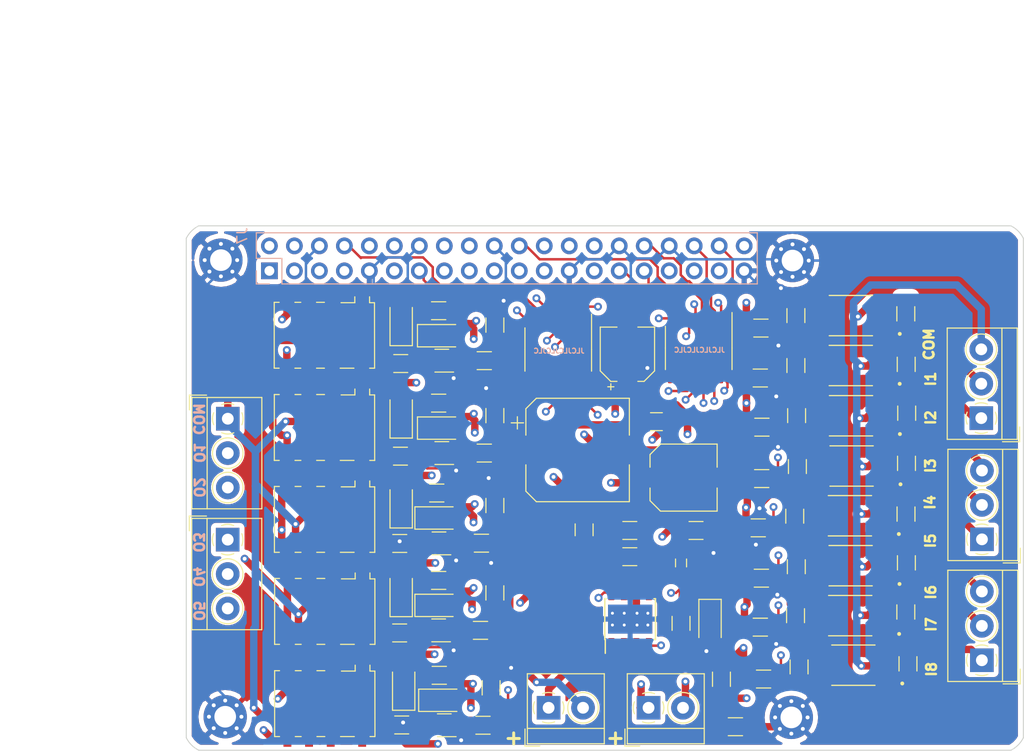
<source format=kicad_pcb>
(kicad_pcb (version 20171130) (host pcbnew "(5.1.9)-1")
  (layers (0 F.Cu signal) (1 In1.Cu power) (2 In2.Cu signal) (31 B.Cu signal) (34 B.Paste user) (35 F.Paste user) (36 B.SilkS user) (37 F.SilkS user) (38 B.Mask user) (39 F.Mask user) (44 Edge.Cuts user))
  (net 0 "")
  (net 1 GND)
  (net 2 A0)
  (net 3 A1)
  (net 4 A2)
  (net 5 A3)
  (net 6 A4)
  (net 7 A5)
  (net 8 A6)
  (net 9 A7)
  (net 10 "Net-(C12-Pad2)")
  (net 11 "Net-(C12-Pad1)")
  (net 12 +5V)
  (net 13 RL1)
  (net 14 RL2)
  (net 15 RL4)
  (net 16 "Net-(D6-Pad2)")
  (net 17 "Net-(D7-Pad2)")
  (net 18 "Net-(D9-Pad2)")
  (net 19 RL5)
  (net 20 "Net-(D14-Pad2)")
  (net 21 "Net-(D15-Pad2)")
  (net 22 YD4)
  (net 23 YD3)
  (net 24 YD2)
  (net 25 COM1)
  (net 26 YD1)
  (net 27 YD5)
  (net 28 "Net-(Q1-Pad2)")
  (net 29 "Net-(Q2-Pad2)")
  (net 30 "Net-(Q4-Pad2)")
  (net 31 "Net-(Q5-Pad2)")
  (net 32 VS)
  (net 33 Y0)
  (net 34 Y1)
  (net 35 Y2)
  (net 36 Y3)
  (net 37 Y4)
  (net 38 GPIO2)
  (net 39 GPIO3)
  (net 40 GPIO4)
  (net 41 GPIO27)
  (net 42 GPIO14)
  (net 43 GPIO15)
  (net 44 GPIO18)
  (net 45 GPIO23)
  (net 46 "Net-(U2-Pad2)")
  (net 47 "Net-(U2-Pad3)")
  (net 48 "Net-(U3-Pad20)")
  (net 49 GPIO12)
  (net 50 GPIO25)
  (net 51 GPIO26)
  (net 52 GPIO13)
  (net 53 GPIO6)
  (net 54 GPIO5)
  (net 55 "Net-(R1-Pad2)")
  (net 56 "Net-(R2-Pad2)")
  (net 57 "Net-(R3-Pad2)")
  (net 58 "Net-(R4-Pad2)")
  (net 59 "Net-(R5-Pad2)")
  (net 60 "Net-(R6-Pad2)")
  (net 61 "Net-(R7-Pad2)")
  (net 62 "Net-(R8-Pad2)")
  (net 63 RL3)
  (net 64 GPIO17)
  (net 65 GPIO22)
  (net 66 GPIO24)
  (net 67 GPIO10)
  (net 68 GPIO9)
  (net 69 GPIO11)
  (net 70 GPIO8)
  (net 71 GPIO7)
  (net 72 GPIO0)
  (net 73 GPIO1)
  (net 74 GPIO19)
  (net 75 GPIO16)
  (net 76 GPIO20)
  (net 77 GPIO21)
  (net 78 "Net-(K1-Pad2)")
  (net 79 "Net-(K2-Pad2)")
  (net 80 "Net-(K3-Pad2)")
  (net 81 "Net-(K4-Pad2)")
  (net 82 "Net-(K5-Pad2)")
  (net 83 "Net-(U3-Pad18)")
  (net 84 "Net-(Q3-Pad2)")
  (net 85 AC-)
  (net 86 AC+)
  (net 87 24VDC+)
  (net 88 24VDC-)
  (net 89 I1)
  (net 90 I2)
  (net 91 I5)
  (net 92 I4)
  (net 93 I3)
  (net 94 I6)
  (net 95 I7)
  (net 96 I8)
  (net 97 COM2)
  (net 98 +3V3)
  (net 99 "Net-(U3-Pad17)")
  (net 100 "Net-(U3-Pad4)")
  (net 101 "Net-(U3-Pad3)")
  (net 102 "Net-(U3-Pad1)")
  (net 103 "Net-(K1-Pad7)")
  (net 104 "Net-(K2-Pad7)")
  (net 105 "Net-(K3-Pad7)")
  (net 106 "Net-(K4-Pad7)")
  (net 107 "Net-(K5-Pad7)")
  (net 108 "Net-(C9-Pad1)")
  (net 109 "Net-(C11-Pad1)")
  (module Fuse:Fuse_1206_3216Metric (layer F.Cu) (at 147.12 103.31 270)
    (fp_text reference F2)
    (fp_text value 1A)
    (pad 2 smd roundrect (at 1.4 0 270) (size 1.25 1.75) (layers F.Cu F.Paste F.Mask) (roundrect_rratio 0.2) (net 87 24VDC+))
    (pad 1 smd roundrect (at -1.4 0 270) (size 1.25 1.75) (layers F.Cu F.Paste F.Mask) (roundrect_rratio 0.2) (net 108 "Net-(C9-Pad1)"))
  )
  (module Relay_SMD:Relay_DPDT_Omron_G6K-2F-Y (layer F.Cu) (at 120.74 102.24 270)
    (fp_text reference K3)
    (fp_text value G6K-2)
    (pad 1 smd rect (at -3.5 -3.8 270) (size 1.8 0.8) (layers F.Cu F.Paste F.Mask) (net 63 RL3))
    (pad 2 smd rect (at -3.5 -0.6 270) (size 1.8 0.8) (layers F.Cu F.Paste F.Mask) (net 80 "Net-(K3-Pad2)"))
    (pad 3 smd rect (at -3.5 1.6 270) (size 1.8 0.8) (layers F.Cu F.Paste F.Mask) (net 97 COM2))
    (pad 4 smd rect (at -3.5 3.8 270) (size 1.8 0.8) (layers F.Cu F.Paste F.Mask) (net 23 YD3))
    (pad 5 smd rect (at 3.5 3.8 270) (size 1.8 0.8) (layers F.Cu F.Paste F.Mask) (net 23 YD3))
    (pad 6 smd rect (at 3.5 1.6 270) (size 1.8 0.8) (layers F.Cu F.Paste F.Mask) (net 97 COM2))
    (pad 7 smd rect (at 3.5 -0.6 270) (size 1.8 0.8) (layers F.Cu F.Paste F.Mask) (net 105 "Net-(K3-Pad7)"))
    (pad 8 smd rect (at 3.5 -3.8 270) (size 1.8 0.8) (layers F.Cu F.Paste F.Mask) (net 12 +5V))
  )
  (module Capacitor_SMD:C_1206_3216Metric (layer F.Cu) (at 128.58 123.16)
    (fp_text reference C20)
    (fp_text value 10uF)
    (pad 2 smd roundrect (at 1.475 0) (size 1.15 1.8) (layers F.Cu F.Paste F.Mask) (roundrect_rratio 0.2173904347826087) (net 1 GND))
    (pad 1 smd roundrect (at -1.475 0) (size 1.15 1.8) (layers F.Cu F.Paste F.Mask) (roundrect_rratio 0.2173904347826087) (net 12 +5V))
  )
  (module Capacitor_SMD:C_1206_3216Metric (layer F.Cu) (at 128.38 104.7)
    (fp_text reference C19)
    (fp_text value 10uF)
    (pad 2 smd roundrect (at 1.475 0) (size 1.15 1.8) (layers F.Cu F.Paste F.Mask) (roundrect_rratio 0.2173904347826087) (net 1 GND))
    (pad 1 smd roundrect (at -1.475 0) (size 1.15 1.8) (layers F.Cu F.Paste F.Mask) (roundrect_rratio 0.2173904347826087) (net 12 +5V))
  )
  (module Capacitor_SMD:C_1206_3216Metric (layer F.Cu) (at 128.48 86.4)
    (fp_text reference C18)
    (fp_text value 10uF)
    (pad 2 smd roundrect (at 1.475 0) (size 1.15 1.8) (layers F.Cu F.Paste F.Mask) (roundrect_rratio 0.2173904347826087) (net 1 GND))
    (pad 1 smd roundrect (at -1.475 0) (size 1.15 1.8) (layers F.Cu F.Paste F.Mask) (roundrect_rratio 0.2173904347826087) (net 12 +5V))
  )
  (module Capacitor_SMD:C_1206_3216Metric (layer F.Cu) (at 128.45 95.82)
    (fp_text reference C17)
    (fp_text value 10uF)
    (pad 2 smd roundrect (at 1.475 0) (size 1.15 1.8) (layers F.Cu F.Paste F.Mask) (roundrect_rratio 0.2173904347826087) (net 1 GND))
    (pad 1 smd roundrect (at -1.475 0) (size 1.15 1.8) (layers F.Cu F.Paste F.Mask) (roundrect_rratio 0.2173904347826087) (net 12 +5V))
  )
  (module Capacitor_SMD:C_1206_3216Metric (layer F.Cu) (at 128.37 113.8)
    (fp_text reference C10)
    (fp_text value 10uF)
    (pad 2 smd roundrect (at 1.475 0) (size 1.15 1.8) (layers F.Cu F.Paste F.Mask) (roundrect_rratio 0.2173904347826087) (net 1 GND))
    (pad 1 smd roundrect (at -1.475 0) (size 1.15 1.8) (layers F.Cu F.Paste F.Mask) (roundrect_rratio 0.2173904347826087) (net 12 +5V))
  )
  (module Capacitor_SMD:CP_Elec_10x10 (layer F.Cu) (at 146.46 95.19)
    (fp_text reference C9)
    (fp_text value 270uF)
    (pad 2 smd roundrect (at 4 0) (size 4 2.5) (layers F.Cu F.Paste F.Mask) (roundrect_rratio 0.1) (net 88 24VDC-))
    (pad 1 smd roundrect (at -4 0) (size 4 2.5) (layers F.Cu F.Paste F.Mask) (roundrect_rratio 0.1) (net 108 "Net-(C9-Pad1)"))
  )
  (module Capacitor_SMD:C_Elec_6.3x5.8 (layer F.Cu) (at 157.23 98)
    (fp_text reference C16)
    (fp_text value 47uF)
    (pad 2 smd roundrect (at 2.5375 0) (size 3.325 1.6) (layers F.Cu F.Paste F.Mask) (roundrect_rratio 0.15625) (net 88 24VDC-))
    (pad 1 smd roundrect (at -2.5375 0) (size 3.325 1.6) (layers F.Cu F.Paste F.Mask) (roundrect_rratio 0.15625) (net 109 "Net-(C11-Pad1)"))
  )
  (module Resistor_SMD:R_1206_3216Metric (layer F.Cu) (at 165.1725 98.1)
    (fp_text reference R12)
    (fp_text value 5K)
    (pad 2 smd roundrect (at 1.4625 0) (size 1.125 1.75) (layers F.Cu F.Paste F.Mask) (roundrect_rratio 0.2222195555555556) (net 5 A3))
    (pad 1 smd roundrect (at -1.4625 0) (size 1.125 1.75) (layers F.Cu F.Paste F.Mask) (roundrect_rratio 0.2222195555555556) (net 12 +5V))
  )
  (module TerminalBlock_4Ucon:TerminalBlock_4Ucon_1x03_P3.50mm_Horizontal (layer F.Cu) (at 187.56 104.28 90)
    (fp_text reference J4)
    (fp_text value Screw_Terminal_01x03)
    (pad 3 thru_hole circle (at 7 0 90) (size 2.4 2.4) (drill 1.2) (layers *.Cu *.Mask) (net 93 I3))
    (pad 2 thru_hole circle (at 3.5 0 90) (size 2.4 2.4) (drill 1.2) (layers *.Cu *.Mask) (net 92 I4))
    (pad 1 thru_hole rect (at 0 0 90) (size 2.4 2.4) (drill 1.2) (layers *.Cu *.Mask) (net 91 I5))
  )
  (module Package_SO:TSSOP-20_4.4x6.5mm_P0.65mm (layer F.Cu) (at 144.49 84.97 270)
    (fp_text reference U3)
    (fp_text value TXS0108EPW)
    (pad 20 smd roundrect (at 2.8625 -2.925 270) (size 1.475 0.4) (layers F.Cu F.Paste F.Mask) (net 48 "Net-(U3-Pad20)"))
    (pad 19 smd roundrect (at 2.8625 -2.275 270) (size 1.475 0.4) (layers F.Cu F.Paste F.Mask) (net 12 +5V))
    (pad 18 smd roundrect (at 2.8625 -1.625 270) (size 1.475 0.4) (layers F.Cu F.Paste F.Mask) (net 83 "Net-(U3-Pad18)"))
    (pad 17 smd roundrect (at 2.8625 -0.975 270) (size 1.475 0.4) (layers F.Cu F.Paste F.Mask) (net 99 "Net-(U3-Pad17)"))
    (pad 16 smd roundrect (at 2.8625 -0.325 270) (size 1.475 0.4) (layers F.Cu F.Paste F.Mask) (net 37 Y4))
    (pad 15 smd roundrect (at 2.8625 0.325 270) (size 1.475 0.4) (layers F.Cu F.Paste F.Mask) (net 36 Y3))
    (pad 14 smd roundrect (at 2.8625 0.975 270) (size 1.475 0.4) (layers F.Cu F.Paste F.Mask) (net 35 Y2))
    (pad 13 smd roundrect (at 2.8625 1.625 270) (size 1.475 0.4) (layers F.Cu F.Paste F.Mask) (net 34 Y1))
    (pad 12 smd roundrect (at 2.8625 2.275 270) (size 1.475 0.4) (layers F.Cu F.Paste F.Mask) (net 33 Y0))
    (pad 11 smd roundrect (at 2.8625 2.925 270) (size 1.475 0.4) (layers F.Cu F.Paste F.Mask) (net 1 GND))
    (pad 10 smd roundrect (at -2.8625 2.925 270) (size 1.475 0.4) (layers F.Cu F.Paste F.Mask) (net 98 +3V3))
    (pad 9 smd roundrect (at -2.8625 2.275 270) (size 1.475 0.4) (layers F.Cu F.Paste F.Mask) (net 41 GPIO27))
    (pad 8 smd roundrect (at -2.8625 1.625 270) (size 1.475 0.4) (layers F.Cu F.Paste F.Mask) (net 42 GPIO14))
    (pad 7 smd roundrect (at -2.8625 0.975 270) (size 1.475 0.4) (layers F.Cu F.Paste F.Mask) (net 43 GPIO15))
    (pad 6 smd roundrect (at -2.8625 0.325 270) (size 1.475 0.4) (layers F.Cu F.Paste F.Mask) (net 40 GPIO4))
    (pad 5 smd roundrect (at -2.8625 -0.325 270) (size 1.475 0.4) (layers F.Cu F.Paste F.Mask) (net 39 GPIO3))
    (pad 4 smd roundrect (at -2.8625 -0.975 270) (size 1.475 0.4) (layers F.Cu F.Paste F.Mask) (net 100 "Net-(U3-Pad4)"))
    (pad 3 smd roundrect (at -2.8625 -1.625 270) (size 1.475 0.4) (layers F.Cu F.Paste F.Mask) (net 101 "Net-(U3-Pad3)"))
    (pad 2 smd roundrect (at -2.8625 -2.275 270) (size 1.475 0.4) (layers F.Cu F.Paste F.Mask) (net 98 +3V3))
    (pad 1 smd roundrect (at -2.8625 -2.925 270) (size 1.475 0.4) (layers F.Cu F.Paste F.Mask) (net 102 "Net-(U3-Pad1)"))
  )
  (module Package_SO:TSSOP-20_4.4x6.5mm_P0.65mm (layer F.Cu) (at 158.77 84.81 270)
    (fp_text reference U1)
    (fp_text value TXS0108EPW)
    (pad 20 smd roundrect (at 2.8625 -2.925 270) (size 1.475 0.4) (layers F.Cu F.Paste F.Mask) (net 9 A7))
    (pad 19 smd roundrect (at 2.8625 -2.275 270) (size 1.475 0.4) (layers F.Cu F.Paste F.Mask) (net 12 +5V))
    (pad 18 smd roundrect (at 2.8625 -1.625 270) (size 1.475 0.4) (layers F.Cu F.Paste F.Mask) (net 8 A6))
    (pad 17 smd roundrect (at 2.8625 -0.975 270) (size 1.475 0.4) (layers F.Cu F.Paste F.Mask) (net 7 A5))
    (pad 16 smd roundrect (at 2.8625 -0.325 270) (size 1.475 0.4) (layers F.Cu F.Paste F.Mask) (net 6 A4))
    (pad 15 smd roundrect (at 2.8625 0.325 270) (size 1.475 0.4) (layers F.Cu F.Paste F.Mask) (net 5 A3))
    (pad 14 smd roundrect (at 2.8625 0.975 270) (size 1.475 0.4) (layers F.Cu F.Paste F.Mask) (net 4 A2))
    (pad 13 smd roundrect (at 2.8625 1.625 270) (size 1.475 0.4) (layers F.Cu F.Paste F.Mask) (net 3 A1))
    (pad 12 smd roundrect (at 2.8625 2.275 270) (size 1.475 0.4) (layers F.Cu F.Paste F.Mask) (net 2 A0))
    (pad 11 smd roundrect (at 2.8625 2.925 270) (size 1.475 0.4) (layers F.Cu F.Paste F.Mask) (net 1 GND))
    (pad 10 smd roundrect (at -2.8625 2.925 270) (size 1.475 0.4) (layers F.Cu F.Paste F.Mask) (net 98 +3V3))
    (pad 9 smd roundrect (at -2.8625 2.275 270) (size 1.475 0.4) (layers F.Cu F.Paste F.Mask) (net 54 GPIO5))
    (pad 8 smd roundrect (at -2.8625 1.625 270) (size 1.475 0.4) (layers F.Cu F.Paste F.Mask) (net 53 GPIO6))
    (pad 7 smd roundrect (at -2.8625 0.975 270) (size 1.475 0.4) (layers F.Cu F.Paste F.Mask) (net 52 GPIO13))
    (pad 6 smd roundrect (at -2.8625 0.325 270) (size 1.475 0.4) (layers F.Cu F.Paste F.Mask) (net 51 GPIO26))
    (pad 5 smd roundrect (at -2.8625 -0.325 270) (size 1.475 0.4) (layers F.Cu F.Paste F.Mask) (net 50 GPIO25))
    (pad 4 smd roundrect (at -2.8625 -0.975 270) (size 1.475 0.4) (layers F.Cu F.Paste F.Mask) (net 49 GPIO12))
    (pad 3 smd roundrect (at -2.8625 -1.625 270) (size 1.475 0.4) (layers F.Cu F.Paste F.Mask) (net 75 GPIO16))
    (pad 2 smd roundrect (at -2.8625 -2.275 270) (size 1.475 0.4) (layers F.Cu F.Paste F.Mask) (net 98 +3V3))
    (pad 1 smd roundrect (at -2.8625 -2.925 270) (size 1.475 0.4) (layers F.Cu F.Paste F.Mask) (net 76 GPIO20))
  )
  (module Relay_SMD:Relay_DPDT_Omron_G6K-2F-Y (layer F.Cu) (at 120.76 120.98 270)
    (fp_text reference K5)
    (fp_text value G6K-2)
    (pad 1 smd rect (at -3.5 -3.8 270) (size 1.8 0.8) (layers F.Cu F.Paste F.Mask) (net 19 RL5))
    (pad 2 smd rect (at -3.5 -0.6 270) (size 1.8 0.8) (layers F.Cu F.Paste F.Mask) (net 82 "Net-(K5-Pad2)"))
    (pad 3 smd rect (at -3.5 1.6 270) (size 1.8 0.8) (layers F.Cu F.Paste F.Mask) (net 97 COM2))
    (pad 4 smd rect (at -3.5 3.8 270) (size 1.8 0.8) (layers F.Cu F.Paste F.Mask) (net 27 YD5))
    (pad 5 smd rect (at 3.5 3.8 270) (size 1.8 0.8) (layers F.Cu F.Paste F.Mask) (net 27 YD5))
    (pad 6 smd rect (at 3.5 1.6 270) (size 1.8 0.8) (layers F.Cu F.Paste F.Mask) (net 97 COM2))
    (pad 7 smd rect (at 3.5 -0.6 270) (size 1.8 0.8) (layers F.Cu F.Paste F.Mask) (net 107 "Net-(K5-Pad7)"))
    (pad 8 smd rect (at 3.5 -3.8 270) (size 1.8 0.8) (layers F.Cu F.Paste F.Mask) (net 12 +5V))
  )
  (module Relay_SMD:Relay_DPDT_Omron_G6K-2F-Y (layer F.Cu) (at 120.76 111.6 270)
    (fp_text reference K4)
    (fp_text value G6K-2)
    (pad 1 smd rect (at -3.5 -3.8 270) (size 1.8 0.8) (layers F.Cu F.Paste F.Mask) (net 15 RL4))
    (pad 2 smd rect (at -3.5 -0.6 270) (size 1.8 0.8) (layers F.Cu F.Paste F.Mask) (net 81 "Net-(K4-Pad2)"))
    (pad 3 smd rect (at -3.5 1.6 270) (size 1.8 0.8) (layers F.Cu F.Paste F.Mask) (net 97 COM2))
    (pad 4 smd rect (at -3.5 3.8 270) (size 1.8 0.8) (layers F.Cu F.Paste F.Mask) (net 22 YD4))
    (pad 5 smd rect (at 3.5 3.8 270) (size 1.8 0.8) (layers F.Cu F.Paste F.Mask) (net 22 YD4))
    (pad 6 smd rect (at 3.5 1.6 270) (size 1.8 0.8) (layers F.Cu F.Paste F.Mask) (net 97 COM2))
    (pad 7 smd rect (at 3.5 -0.6 270) (size 1.8 0.8) (layers F.Cu F.Paste F.Mask) (net 106 "Net-(K4-Pad7)"))
    (pad 8 smd rect (at 3.5 -3.8 270) (size 1.8 0.8) (layers F.Cu F.Paste F.Mask) (net 12 +5V))
  )
  (module Relay_SMD:Relay_DPDT_Omron_G6K-2F-Y (layer F.Cu) (at 120.73 92.89 270)
    (fp_text reference K2)
    (fp_text value G6K-2)
    (pad 1 smd rect (at -3.5 -3.8 270) (size 1.8 0.8) (layers F.Cu F.Paste F.Mask) (net 14 RL2))
    (pad 2 smd rect (at -3.5 -0.6 270) (size 1.8 0.8) (layers F.Cu F.Paste F.Mask) (net 79 "Net-(K2-Pad2)"))
    (pad 3 smd rect (at -3.5 1.6 270) (size 1.8 0.8) (layers F.Cu F.Paste F.Mask) (net 97 COM2))
    (pad 4 smd rect (at -3.5 3.8 270) (size 1.8 0.8) (layers F.Cu F.Paste F.Mask) (net 24 YD2))
    (pad 5 smd rect (at 3.5 3.8 270) (size 1.8 0.8) (layers F.Cu F.Paste F.Mask) (net 24 YD2))
    (pad 6 smd rect (at 3.5 1.6 270) (size 1.8 0.8) (layers F.Cu F.Paste F.Mask) (net 97 COM2))
    (pad 7 smd rect (at 3.5 -0.6 270) (size 1.8 0.8) (layers F.Cu F.Paste F.Mask) (net 104 "Net-(K2-Pad7)"))
    (pad 8 smd rect (at 3.5 -3.8 270) (size 1.8 0.8) (layers F.Cu F.Paste F.Mask) (net 12 +5V))
  )
  (module Relay_SMD:Relay_DPDT_Omron_G6K-2F-Y (layer F.Cu) (at 120.72 83.51 270)
    (fp_text reference K1)
    (fp_text value G6K-2)
    (pad 1 smd rect (at -3.5 -3.8 270) (size 1.8 0.8) (layers F.Cu F.Paste F.Mask) (net 13 RL1))
    (pad 2 smd rect (at -3.5 -0.6 270) (size 1.8 0.8) (layers F.Cu F.Paste F.Mask) (net 78 "Net-(K1-Pad2)"))
    (pad 3 smd rect (at -3.5 1.6 270) (size 1.8 0.8) (layers F.Cu F.Paste F.Mask) (net 97 COM2))
    (pad 4 smd rect (at -3.5 3.8 270) (size 1.8 0.8) (layers F.Cu F.Paste F.Mask) (net 26 YD1))
    (pad 5 smd rect (at 3.5 3.8 270) (size 1.8 0.8) (layers F.Cu F.Paste F.Mask) (net 26 YD1))
    (pad 6 smd rect (at 3.5 1.6 270) (size 1.8 0.8) (layers F.Cu F.Paste F.Mask) (net 97 COM2))
    (pad 7 smd rect (at 3.5 -0.6 270) (size 1.8 0.8) (layers F.Cu F.Paste F.Mask) (net 103 "Net-(K1-Pad7)"))
    (pad 8 smd rect (at 3.5 -3.8 270) (size 1.8 0.8) (layers F.Cu F.Paste F.Mask) (net 12 +5V))
  )
  (module Capacitor_SMD:CP_Elec_5x5.9 (layer F.Cu) (at 151.52 85.45 90)
    (fp_text reference C14)
    (fp_text value 220uF)
    (pad 2 smd roundrect (at 2.2 0 90) (size 3 1.6) (layers F.Cu F.Paste F.Mask) (roundrect_rratio 0.15625) (net 1 GND))
    (pad 1 smd roundrect (at -2.2 0 90) (size 3 1.6) (layers F.Cu F.Paste F.Mask) (roundrect_rratio 0.15625) (net 12 +5V))
  )
  (module Resistor_SMD:R_1206_3216Metric (layer F.Cu) (at 136.6825 104.67 180)
    (fp_text reference R38)
    (fp_text value 1K)
    (pad 2 smd roundrect (at 1.4625 0 180) (size 1.125 1.75) (layers F.Cu F.Paste F.Mask) (roundrect_rratio 0.2222195555555556) (net 84 "Net-(Q3-Pad2)"))
    (pad 1 smd roundrect (at -1.4625 0 180) (size 1.125 1.75) (layers F.Cu F.Paste F.Mask) (roundrect_rratio 0.2222195555555556) (net 35 Y2))
  )
  (module Package_TO_SOT_SMD:SOT-363_SC-70-6 (layer F.Cu) (at 132.37 104.69 180)
    (fp_text reference Q3)
    (fp_text value PMBT3904YS)
    (pad 6 smd rect (at 0.95 -0.65 180) (size 0.65 0.4) (layers F.Cu F.Paste F.Mask) (net 63 RL3))
    (pad 4 smd rect (at 0.95 0.65 180) (size 0.65 0.4) (layers F.Cu F.Paste F.Mask))
    (pad 2 smd rect (at -0.95 0 180) (size 0.65 0.4) (layers F.Cu F.Paste F.Mask) (net 84 "Net-(Q3-Pad2)"))
    (pad 5 smd rect (at 0.95 0 180) (size 0.65 0.4) (layers F.Cu F.Paste F.Mask))
    (pad 3 smd rect (at -0.95 0.65 180) (size 0.65 0.4) (layers F.Cu F.Paste F.Mask))
    (pad 1 smd rect (at -0.95 -0.65 180) (size 0.65 0.4) (layers F.Cu F.Paste F.Mask) (net 1 GND))
  )
  (module Connector_PinSocket_2.54mm:PinSocket_2x20_P2.54mm_Vertical (layer B.Cu) (at 115.13 76.97 270)
    (fp_text reference J7 (at -3.556 2.77 270) (layer B.SilkS) (effects (justify mirror)))
    (fp_text value Conn_02x20_Odd_Even)
    (pad 40 thru_hole oval (at -2.54 -48.26 270) (size 1.7 1.7) (drill 1) (layers *.Cu *.Mask) (net 77 GPIO21))
    (pad 39 thru_hole oval (at 0 -48.26 270) (size 1.7 1.7) (drill 1) (layers *.Cu *.Mask) (net 1 GND))
    (pad 38 thru_hole oval (at -2.54 -45.72 270) (size 1.7 1.7) (drill 1) (layers *.Cu *.Mask) (net 76 GPIO20))
    (pad 37 thru_hole oval (at 0 -45.72 270) (size 1.7 1.7) (drill 1) (layers *.Cu *.Mask) (net 51 GPIO26))
    (pad 36 thru_hole oval (at -2.54 -43.18 270) (size 1.7 1.7) (drill 1) (layers *.Cu *.Mask) (net 75 GPIO16))
    (pad 35 thru_hole oval (at 0 -43.18 270) (size 1.7 1.7) (drill 1) (layers *.Cu *.Mask) (net 74 GPIO19))
    (pad 34 thru_hole oval (at -2.54 -40.64 270) (size 1.7 1.7) (drill 1) (layers *.Cu *.Mask) (net 1 GND))
    (pad 33 thru_hole oval (at 0 -40.64 270) (size 1.7 1.7) (drill 1) (layers *.Cu *.Mask) (net 52 GPIO13))
    (pad 32 thru_hole oval (at -2.54 -38.1 270) (size 1.7 1.7) (drill 1) (layers *.Cu *.Mask) (net 49 GPIO12))
    (pad 31 thru_hole oval (at 0 -38.1 270) (size 1.7 1.7) (drill 1) (layers *.Cu *.Mask) (net 53 GPIO6))
    (pad 30 thru_hole oval (at -2.54 -35.56 270) (size 1.7 1.7) (drill 1) (layers *.Cu *.Mask) (net 1 GND))
    (pad 29 thru_hole oval (at 0 -35.56 270) (size 1.7 1.7) (drill 1) (layers *.Cu *.Mask) (net 54 GPIO5))
    (pad 28 thru_hole oval (at -2.54 -33.02 270) (size 1.7 1.7) (drill 1) (layers *.Cu *.Mask) (net 73 GPIO1))
    (pad 27 thru_hole oval (at 0 -33.02 270) (size 1.7 1.7) (drill 1) (layers *.Cu *.Mask) (net 72 GPIO0))
    (pad 26 thru_hole oval (at -2.54 -30.48 270) (size 1.7 1.7) (drill 1) (layers *.Cu *.Mask) (net 71 GPIO7))
    (pad 25 thru_hole oval (at 0 -30.48 270) (size 1.7 1.7) (drill 1) (layers *.Cu *.Mask) (net 1 GND))
    (pad 24 thru_hole oval (at -2.54 -27.94 270) (size 1.7 1.7) (drill 1) (layers *.Cu *.Mask) (net 70 GPIO8))
    (pad 23 thru_hole oval (at 0 -27.94 270) (size 1.7 1.7) (drill 1) (layers *.Cu *.Mask) (net 69 GPIO11))
    (pad 22 thru_hole oval (at -2.54 -25.4 270) (size 1.7 1.7) (drill 1) (layers *.Cu *.Mask) (net 50 GPIO25))
    (pad 21 thru_hole oval (at 0 -25.4 270) (size 1.7 1.7) (drill 1) (layers *.Cu *.Mask) (net 68 GPIO9))
    (pad 20 thru_hole oval (at -2.54 -22.86 270) (size 1.7 1.7) (drill 1) (layers *.Cu *.Mask) (net 1 GND))
    (pad 19 thru_hole oval (at 0 -22.86 270) (size 1.7 1.7) (drill 1) (layers *.Cu *.Mask) (net 67 GPIO10))
    (pad 18 thru_hole oval (at -2.54 -20.32 270) (size 1.7 1.7) (drill 1) (layers *.Cu *.Mask) (net 66 GPIO24))
    (pad 17 thru_hole oval (at 0 -20.32 270) (size 1.7 1.7) (drill 1) (layers *.Cu *.Mask) (net 98 +3V3))
    (pad 16 thru_hole oval (at -2.54 -17.78 270) (size 1.7 1.7) (drill 1) (layers *.Cu *.Mask) (net 45 GPIO23))
    (pad 15 thru_hole oval (at 0 -17.78 270) (size 1.7 1.7) (drill 1) (layers *.Cu *.Mask) (net 65 GPIO22))
    (pad 14 thru_hole oval (at -2.54 -15.24 270) (size 1.7 1.7) (drill 1) (layers *.Cu *.Mask) (net 1 GND))
    (pad 13 thru_hole oval (at 0 -15.24 270) (size 1.7 1.7) (drill 1) (layers *.Cu *.Mask) (net 41 GPIO27))
    (pad 12 thru_hole oval (at -2.54 -12.7 270) (size 1.7 1.7) (drill 1) (layers *.Cu *.Mask) (net 44 GPIO18))
    (pad 11 thru_hole oval (at 0 -12.7 270) (size 1.7 1.7) (drill 1) (layers *.Cu *.Mask) (net 64 GPIO17))
    (pad 10 thru_hole oval (at -2.54 -10.16 270) (size 1.7 1.7) (drill 1) (layers *.Cu *.Mask) (net 43 GPIO15))
    (pad 9 thru_hole oval (at 0 -10.16 270) (size 1.7 1.7) (drill 1) (layers *.Cu *.Mask) (net 1 GND))
    (pad 8 thru_hole oval (at -2.54 -7.62 270) (size 1.7 1.7) (drill 1) (layers *.Cu *.Mask) (net 42 GPIO14))
    (pad 7 thru_hole oval (at 0 -7.62 270) (size 1.7 1.7) (drill 1) (layers *.Cu *.Mask) (net 40 GPIO4))
    (pad 6 thru_hole oval (at -2.54 -5.08 270) (size 1.7 1.7) (drill 1) (layers *.Cu *.Mask) (net 1 GND))
    (pad 5 thru_hole oval (at 0 -5.08 270) (size 1.7 1.7) (drill 1) (layers *.Cu *.Mask) (net 39 GPIO3))
    (pad 4 thru_hole oval (at -2.54 -2.54 270) (size 1.7 1.7) (drill 1) (layers *.Cu *.Mask) (net 12 +5V))
    (pad 3 thru_hole oval (at 0 -2.54 270) (size 1.7 1.7) (drill 1) (layers *.Cu *.Mask) (net 38 GPIO2))
    (pad 2 thru_hole oval (at -2.54 0 270) (size 1.7 1.7) (drill 1) (layers *.Cu *.Mask) (net 12 +5V))
    (pad 1 thru_hole rect (at 0 0 270) (size 1.7 1.7) (drill 1) (layers *.Cu *.Mask) (net 98 +3V3))
  )
  (module MountingHole:MountingHole_2.2mm_M2_Pad_Via (layer F.Cu) (at 110.636 122.324)
    (fp_text reference H4)
    (fp_text value MountingHole_Pad)
    (pad 1 thru_hole circle (at 1.166726 -1.166726) (size 0.7 0.7) (drill 0.4) (layers *.Cu *.Mask) (net 1 GND))
    (pad 1 thru_hole circle (at 0 -1.65) (size 0.7 0.7) (drill 0.4) (layers *.Cu *.Mask) (net 1 GND))
    (pad 1 thru_hole circle (at -1.166726 -1.166726) (size 0.7 0.7) (drill 0.4) (layers *.Cu *.Mask) (net 1 GND))
    (pad 1 thru_hole circle (at -1.65 0) (size 0.7 0.7) (drill 0.4) (layers *.Cu *.Mask) (net 1 GND))
    (pad 1 thru_hole circle (at -1.166726 1.166726) (size 0.7 0.7) (drill 0.4) (layers *.Cu *.Mask) (net 1 GND))
    (pad 1 thru_hole circle (at 0 1.65) (size 0.7 0.7) (drill 0.4) (layers *.Cu *.Mask) (net 1 GND))
    (pad 1 thru_hole circle (at 1.166726 1.166726) (size 0.7 0.7) (drill 0.4) (layers *.Cu *.Mask) (net 1 GND))
    (pad 1 thru_hole circle (at 1.65 0) (size 0.7 0.7) (drill 0.4) (layers *.Cu *.Mask) (net 1 GND))
    (pad 1 thru_hole circle (at 0 0) (size 4.4 4.4) (drill 2.2) (layers *.Cu *.Mask) (net 1 GND))
  )
  (module MountingHole:MountingHole_2.2mm_M2_Pad_Via (layer F.Cu) (at 168.184 122.394)
    (fp_text reference H3)
    (fp_text value MountingHole_Pad)
    (pad 1 thru_hole circle (at 1.166726 -1.166726) (size 0.7 0.7) (drill 0.4) (layers *.Cu *.Mask) (net 1 GND))
    (pad 1 thru_hole circle (at 0 -1.65) (size 0.7 0.7) (drill 0.4) (layers *.Cu *.Mask) (net 1 GND))
    (pad 1 thru_hole circle (at -1.166726 -1.166726) (size 0.7 0.7) (drill 0.4) (layers *.Cu *.Mask) (net 1 GND))
    (pad 1 thru_hole circle (at -1.65 0) (size 0.7 0.7) (drill 0.4) (layers *.Cu *.Mask) (net 1 GND))
    (pad 1 thru_hole circle (at -1.166726 1.166726) (size 0.7 0.7) (drill 0.4) (layers *.Cu *.Mask) (net 1 GND))
    (pad 1 thru_hole circle (at 0 1.65) (size 0.7 0.7) (drill 0.4) (layers *.Cu *.Mask) (net 1 GND))
    (pad 1 thru_hole circle (at 1.166726 1.166726) (size 0.7 0.7) (drill 0.4) (layers *.Cu *.Mask) (net 1 GND))
    (pad 1 thru_hole circle (at 1.65 0) (size 0.7 0.7) (drill 0.4) (layers *.Cu *.Mask) (net 1 GND))
    (pad 1 thru_hole circle (at 0 0) (size 4.4 4.4) (drill 2.2) (layers *.Cu *.Mask) (net 1 GND))
  )
  (module MountingHole:MountingHole_2.2mm_M2_Pad_Via (layer F.Cu) (at 168.303274 75.923274)
    (fp_text reference H2)
    (fp_text value MountingHole_Pad)
    (pad 1 thru_hole circle (at 1.166726 -1.166726) (size 0.7 0.7) (drill 0.4) (layers *.Cu *.Mask) (net 1 GND))
    (pad 1 thru_hole circle (at 0 -1.65) (size 0.7 0.7) (drill 0.4) (layers *.Cu *.Mask) (net 1 GND))
    (pad 1 thru_hole circle (at -1.166726 -1.166726) (size 0.7 0.7) (drill 0.4) (layers *.Cu *.Mask) (net 1 GND))
    (pad 1 thru_hole circle (at -1.65 0) (size 0.7 0.7) (drill 0.4) (layers *.Cu *.Mask) (net 1 GND))
    (pad 1 thru_hole circle (at -1.166726 1.166726) (size 0.7 0.7) (drill 0.4) (layers *.Cu *.Mask) (net 1 GND))
    (pad 1 thru_hole circle (at 0 1.65) (size 0.7 0.7) (drill 0.4) (layers *.Cu *.Mask) (net 1 GND))
    (pad 1 thru_hole circle (at 1.166726 1.166726) (size 0.7 0.7) (drill 0.4) (layers *.Cu *.Mask) (net 1 GND))
    (pad 1 thru_hole circle (at 1.65 0) (size 0.7 0.7) (drill 0.4) (layers *.Cu *.Mask) (net 1 GND))
    (pad 1 thru_hole circle (at 0 0) (size 4.4 4.4) (drill 2.2) (layers *.Cu *.Mask) (net 1 GND))
  )
  (module MountingHole:MountingHole_2.2mm_M2_Pad_Via (layer F.Cu) (at 110.2 75.88)
    (fp_text reference H1)
    (fp_text value MountingHole_Pad)
    (pad 1 thru_hole circle (at 1.166726 -1.166726) (size 0.7 0.7) (drill 0.4) (layers *.Cu *.Mask) (net 1 GND))
    (pad 1 thru_hole circle (at 0 -1.65) (size 0.7 0.7) (drill 0.4) (layers *.Cu *.Mask) (net 1 GND))
    (pad 1 thru_hole circle (at -1.166726 -1.166726) (size 0.7 0.7) (drill 0.4) (layers *.Cu *.Mask) (net 1 GND))
    (pad 1 thru_hole circle (at -1.65 0) (size 0.7 0.7) (drill 0.4) (layers *.Cu *.Mask) (net 1 GND))
    (pad 1 thru_hole circle (at -1.166726 1.166726) (size 0.7 0.7) (drill 0.4) (layers *.Cu *.Mask) (net 1 GND))
    (pad 1 thru_hole circle (at 0 1.65) (size 0.7 0.7) (drill 0.4) (layers *.Cu *.Mask) (net 1 GND))
    (pad 1 thru_hole circle (at 1.166726 1.166726) (size 0.7 0.7) (drill 0.4) (layers *.Cu *.Mask) (net 1 GND))
    (pad 1 thru_hole circle (at 1.65 0) (size 0.7 0.7) (drill 0.4) (layers *.Cu *.Mask) (net 1 GND))
    (pad 1 thru_hole circle (at 0 0) (size 4.4 4.4) (drill 2.2) (layers *.Cu *.Mask) (net 1 GND))
  )
  (module DB107S:DIOB_DB107S (layer F.Cu) (at 144.53641 111.82158)
    (fp_text reference DB107S1)
    (fp_text value DB107S)
    (pad - smd rect (at -2.55041 -4.12558) (size 1.2 1.9) (layers F.Cu F.Paste F.Mask) (net 88 24VDC-))
    (pad + smd rect (at 2.54959 -4.12558) (size 1.2 1.9) (layers F.Cu F.Paste F.Mask) (net 108 "Net-(C9-Pad1)"))
    (pad ~. smd rect (at -2.55041 4.12442) (size 1.2 1.9) (layers F.Cu F.Paste F.Mask) (net 85 AC-))
    (pad ~ smd rect (at 2.54959 4.12442) (size 1.2 1.9) (layers F.Cu F.Paste F.Mask) (net 86 AC+))
  )
  (module Capacitor_SMD:C_1206_3216Metric (layer F.Cu) (at 168.648 81.52 90)
    (fp_text reference C1)
    (fp_text value 100nF)
    (pad 2 smd roundrect (at 1.475 0 90) (size 1.15 1.8) (layers F.Cu F.Paste F.Mask) (roundrect_rratio 0.2173904347826087) (net 1 GND))
    (pad 1 smd roundrect (at -1.475 0 90) (size 1.15 1.8) (layers F.Cu F.Paste F.Mask) (roundrect_rratio 0.2173904347826087) (net 2 A0))
  )
  (module Capacitor_SMD:C_1206_3216Metric (layer F.Cu) (at 168.648 86.6 90)
    (fp_text reference C2)
    (fp_text value 100nF)
    (pad 1 smd roundrect (at -1.475 0 90) (size 1.15 1.8) (layers F.Cu F.Paste F.Mask) (roundrect_rratio 0.2173904347826087) (net 3 A1))
    (pad 2 smd roundrect (at 1.475 0 90) (size 1.15 1.8) (layers F.Cu F.Paste F.Mask) (roundrect_rratio 0.2173904347826087) (net 1 GND))
  )
  (module Capacitor_SMD:C_1206_3216Metric (layer F.Cu) (at 168.72 91.695 90)
    (fp_text reference C3)
    (fp_text value 100nF)
    (pad 2 smd roundrect (at 1.475 0 90) (size 1.15 1.8) (layers F.Cu F.Paste F.Mask) (roundrect_rratio 0.2173904347826087) (net 1 GND))
    (pad 1 smd roundrect (at -1.475 0 90) (size 1.15 1.8) (layers F.Cu F.Paste F.Mask) (roundrect_rratio 0.2173904347826087) (net 4 A2))
  )
  (module Capacitor_SMD:C_1206_3216Metric (layer F.Cu) (at 168.8 96.875 90)
    (fp_text reference C4)
    (fp_text value 100nF)
    (pad 2 smd roundrect (at 1.475 0 90) (size 1.15 1.8) (layers F.Cu F.Paste F.Mask) (roundrect_rratio 0.2173904347826087) (net 1 GND))
    (pad 1 smd roundrect (at -1.475 0 90) (size 1.15 1.8) (layers F.Cu F.Paste F.Mask) (roundrect_rratio 0.2173904347826087) (net 5 A3))
  )
  (module Capacitor_SMD:C_1206_3216Metric (layer F.Cu) (at 168.53 101.925 90)
    (fp_text reference C5)
    (fp_text value 100nF)
    (pad 1 smd roundrect (at -1.475 0 90) (size 1.15 1.8) (layers F.Cu F.Paste F.Mask) (roundrect_rratio 0.2173904347826087) (net 6 A4))
    (pad 2 smd roundrect (at 1.475 0 90) (size 1.15 1.8) (layers F.Cu F.Paste F.Mask) (roundrect_rratio 0.2173904347826087) (net 1 GND))
  )
  (module Capacitor_SMD:C_1206_3216Metric (layer F.Cu) (at 168.69 107.065 90)
    (fp_text reference C6)
    (fp_text value 100nF)
    (pad 1 smd roundrect (at -1.475 0 90) (size 1.15 1.8) (layers F.Cu F.Paste F.Mask) (roundrect_rratio 0.2173904347826087) (net 7 A5))
    (pad 2 smd roundrect (at 1.475 0 90) (size 1.15 1.8) (layers F.Cu F.Paste F.Mask) (roundrect_rratio 0.2173904347826087) (net 1 GND))
  )
  (module Capacitor_SMD:C_1206_3216Metric (layer F.Cu) (at 168.61 112.045 90)
    (fp_text reference C7)
    (fp_text value 100nF)
    (pad 1 smd roundrect (at -1.475 0 90) (size 1.15 1.8) (layers F.Cu F.Paste F.Mask) (roundrect_rratio 0.2173904347826087) (net 8 A6))
    (pad 2 smd roundrect (at 1.475 0 90) (size 1.15 1.8) (layers F.Cu F.Paste F.Mask) (roundrect_rratio 0.2173904347826087) (net 1 GND))
  )
  (module Capacitor_SMD:C_1206_3216Metric (layer F.Cu) (at 168.97 117.255 90)
    (fp_text reference C8)
    (fp_text value 100nF)
    (pad 1 smd roundrect (at -1.475 0 90) (size 1.15 1.8) (layers F.Cu F.Paste F.Mask) (roundrect_rratio 0.2173904347826087) (net 9 A7))
    (pad 2 smd roundrect (at 1.475 0 90) (size 1.15 1.8) (layers F.Cu F.Paste F.Mask) (roundrect_rratio 0.2173904347826087) (net 1 GND))
  )
  (module Capacitor_SMD:C_1206_3216Metric (layer F.Cu) (at 151.765 103.378)
    (fp_text reference C15)
    (fp_text value 4.7uF)
    (pad 2 smd roundrect (at 1.475 0) (size 1.15 1.8) (layers F.Cu F.Paste F.Mask) (roundrect_rratio 0.2173904347826087) (net 88 24VDC-))
    (pad 1 smd roundrect (at -1.475 0) (size 1.15 1.8) (layers F.Cu F.Paste F.Mask) (roundrect_rratio 0.2173904347826087) (net 109 "Net-(C11-Pad1)"))
  )
  (module LED_SMD:LED_1206_3216Metric (layer F.Cu) (at 128.524 82.296 90)
    (fp_text reference D6)
    (fp_text value LED)
    (pad 1 smd roundrect (at -1.4 0 90) (size 1.25 1.75) (layers F.Cu F.Paste F.Mask) (roundrect_rratio 0.2) (net 13 RL1))
    (pad 2 smd roundrect (at 1.4 0 90) (size 1.25 1.75) (layers F.Cu F.Paste F.Mask) (roundrect_rratio 0.2) (net 16 "Net-(D6-Pad2)"))
  )
  (module LED_SMD:LED_1206_3216Metric (layer F.Cu) (at 128.524 91.694 90)
    (fp_text reference D7)
    (fp_text value LED)
    (pad 2 smd roundrect (at 1.4 0 90) (size 1.25 1.75) (layers F.Cu F.Paste F.Mask) (roundrect_rratio 0.2) (net 17 "Net-(D7-Pad2)"))
    (pad 1 smd roundrect (at -1.4 0 90) (size 1.25 1.75) (layers F.Cu F.Paste F.Mask) (roundrect_rratio 0.2) (net 14 RL2))
  )
  (module LED_SMD:LED_1206_3216Metric (layer F.Cu) (at 128.524 109.858 90)
    (fp_text reference D9)
    (fp_text value LED)
    (pad 1 smd roundrect (at -1.4 0 90) (size 1.25 1.75) (layers F.Cu F.Paste F.Mask) (roundrect_rratio 0.2) (net 15 RL4))
    (pad 2 smd roundrect (at 1.4 0 90) (size 1.25 1.75) (layers F.Cu F.Paste F.Mask) (roundrect_rratio 0.2) (net 18 "Net-(D9-Pad2)"))
  )
  (module LED_SMD:LED_1206_3216Metric (layer F.Cu) (at 128.778 119.38 90)
    (fp_text reference D14)
    (fp_text value LED)
    (pad 1 smd roundrect (at -1.4 0 90) (size 1.25 1.75) (layers F.Cu F.Paste F.Mask) (roundrect_rratio 0.2) (net 19 RL5))
    (pad 2 smd roundrect (at 1.4 0 90) (size 1.25 1.75) (layers F.Cu F.Paste F.Mask) (roundrect_rratio 0.2) (net 20 "Net-(D14-Pad2)"))
  )
  (module LED_SMD:LED_1206_3216Metric (layer F.Cu) (at 128.524 100.838 90)
    (fp_text reference D8)
    (fp_text value LED)
    (pad 2 smd roundrect (at 1.4 0 90) (size 1.25 1.75) (layers F.Cu F.Paste F.Mask) (roundrect_rratio 0.2) (net 21 "Net-(D15-Pad2)"))
    (pad 1 smd roundrect (at -1.4 0 90) (size 1.25 1.75) (layers F.Cu F.Paste F.Mask) (roundrect_rratio 0.2) (net 63 RL3))
  )
  (module Fuse:Fuse_1206_3216Metric (layer F.Cu) (at 154.47 92.31)
    (fp_text reference F1)
    (fp_text value 1A)
    (pad 1 smd roundrect (at -1.4 0) (size 1.25 1.75) (layers F.Cu F.Paste F.Mask) (roundrect_rratio 0.2) (net 108 "Net-(C9-Pad1)"))
    (pad 2 smd roundrect (at 1.4 0) (size 1.25 1.75) (layers F.Cu F.Paste F.Mask) (roundrect_rratio 0.2) (net 109 "Net-(C11-Pad1)"))
  )
  (module Package_TO_SOT_SMD:SOT-363_SC-70-6 (layer F.Cu) (at 132.654 86.106 180)
    (fp_text reference Q1)
    (fp_text value PMBT3904YS)
    (pad 6 smd rect (at 0.95 -0.65 180) (size 0.65 0.4) (layers F.Cu F.Paste F.Mask) (net 13 RL1))
    (pad 4 smd rect (at 0.95 0.65 180) (size 0.65 0.4) (layers F.Cu F.Paste F.Mask))
    (pad 2 smd rect (at -0.95 0 180) (size 0.65 0.4) (layers F.Cu F.Paste F.Mask) (net 28 "Net-(Q1-Pad2)"))
    (pad 5 smd rect (at 0.95 0 180) (size 0.65 0.4) (layers F.Cu F.Paste F.Mask))
    (pad 3 smd rect (at -0.95 0.65 180) (size 0.65 0.4) (layers F.Cu F.Paste F.Mask))
    (pad 1 smd rect (at -0.95 -0.65 180) (size 0.65 0.4) (layers F.Cu F.Paste F.Mask) (net 1 GND))
  )
  (module Package_TO_SOT_SMD:SOT-363_SC-70-6 (layer F.Cu) (at 132.654 95.504 180)
    (fp_text reference Q2)
    (fp_text value PMBT3904YS)
    (pad 1 smd rect (at -0.95 -0.65 180) (size 0.65 0.4) (layers F.Cu F.Paste F.Mask) (net 1 GND))
    (pad 3 smd rect (at -0.95 0.65 180) (size 0.65 0.4) (layers F.Cu F.Paste F.Mask))
    (pad 5 smd rect (at 0.95 0 180) (size 0.65 0.4) (layers F.Cu F.Paste F.Mask))
    (pad 2 smd rect (at -0.95 0 180) (size 0.65 0.4) (layers F.Cu F.Paste F.Mask) (net 29 "Net-(Q2-Pad2)"))
    (pad 4 smd rect (at 0.95 0.65 180) (size 0.65 0.4) (layers F.Cu F.Paste F.Mask))
    (pad 6 smd rect (at 0.95 -0.65 180) (size 0.65 0.4) (layers F.Cu F.Paste F.Mask) (net 14 RL2))
  )
  (module Package_TO_SOT_SMD:SOT-363_SC-70-6 (layer F.Cu) (at 132.334 113.538 180)
    (fp_text reference Q4)
    (fp_text value PMBT3904YS)
    (pad 6 smd rect (at 0.95 -0.65 180) (size 0.65 0.4) (layers F.Cu F.Paste F.Mask) (net 15 RL4))
    (pad 4 smd rect (at 0.95 0.65 180) (size 0.65 0.4) (layers F.Cu F.Paste F.Mask))
    (pad 2 smd rect (at -0.95 0 180) (size 0.65 0.4) (layers F.Cu F.Paste F.Mask) (net 30 "Net-(Q4-Pad2)"))
    (pad 5 smd rect (at 0.95 0 180) (size 0.65 0.4) (layers F.Cu F.Paste F.Mask))
    (pad 3 smd rect (at -0.95 0.65 180) (size 0.65 0.4) (layers F.Cu F.Paste F.Mask))
    (pad 1 smd rect (at -0.95 -0.65 180) (size 0.65 0.4) (layers F.Cu F.Paste F.Mask) (net 1 GND))
  )
  (module Package_TO_SOT_SMD:SOT-363_SC-70-6 (layer F.Cu) (at 132.908 123.19 180)
    (fp_text reference Q5)
    (fp_text value PMBT3904YS)
    (pad 1 smd rect (at -0.95 -0.65 180) (size 0.65 0.4) (layers F.Cu F.Paste F.Mask) (net 1 GND))
    (pad 3 smd rect (at -0.95 0.65 180) (size 0.65 0.4) (layers F.Cu F.Paste F.Mask))
    (pad 5 smd rect (at 0.95 0 180) (size 0.65 0.4) (layers F.Cu F.Paste F.Mask))
    (pad 2 smd rect (at -0.95 0 180) (size 0.65 0.4) (layers F.Cu F.Paste F.Mask) (net 31 "Net-(Q5-Pad2)"))
    (pad 4 smd rect (at 0.95 0.65 180) (size 0.65 0.4) (layers F.Cu F.Paste F.Mask))
    (pad 6 smd rect (at 0.95 -0.65 180) (size 0.65 0.4) (layers F.Cu F.Paste F.Mask) (net 19 RL5))
  )
  (module Resistor_SMD:R_1206_3216Metric (layer F.Cu) (at 179.82 81.34 270)
    (fp_text reference R1)
    (fp_text value 1.2K)
    (pad 1 smd roundrect (at -1.4625 0 270) (size 1.125 1.75) (layers F.Cu F.Paste F.Mask) (roundrect_rratio 0.2222195555555556) (net 89 I1))
    (pad 2 smd roundrect (at 1.4625 0 270) (size 1.125 1.75) (layers F.Cu F.Paste F.Mask) (roundrect_rratio 0.2222195555555556) (net 55 "Net-(R1-Pad2)"))
  )
  (module Resistor_SMD:R_1206_3216Metric (layer F.Cu) (at 179.86 86.48 270)
    (fp_text reference R2)
    (fp_text value 1.2K)
    (pad 2 smd roundrect (at 1.4625 0 270) (size 1.125 1.75) (layers F.Cu F.Paste F.Mask) (roundrect_rratio 0.2222195555555556) (net 56 "Net-(R2-Pad2)"))
    (pad 1 smd roundrect (at -1.4625 0 270) (size 1.125 1.75) (layers F.Cu F.Paste F.Mask) (roundrect_rratio 0.222) (net 90 I2))
  )
  (module Resistor_SMD:R_1206_3216Metric (layer F.Cu) (at 179.91 91.4475 270)
    (fp_text reference R3)
    (fp_text value 1.2K)
    (pad 1 smd roundrect (at -1.4625 0 270) (size 1.125 1.75) (layers F.Cu F.Paste F.Mask) (roundrect_rratio 0.222) (net 93 I3))
    (pad 2 smd roundrect (at 1.4625 0 270) (size 1.125 1.75) (layers F.Cu F.Paste F.Mask) (roundrect_rratio 0.2222195555555556) (net 57 "Net-(R3-Pad2)"))
  )
  (module Resistor_SMD:R_1206_3216Metric (layer F.Cu) (at 179.89 96.55 270)
    (fp_text reference R4)
    (fp_text value 1.2K)
    (pad 2 smd roundrect (at 1.4625 0 270) (size 1.125 1.75) (layers F.Cu F.Paste F.Mask) (roundrect_rratio 0.2222195555555556) (net 58 "Net-(R4-Pad2)"))
    (pad 1 smd roundrect (at -1.4625 0 270) (size 1.125 1.75) (layers F.Cu F.Paste F.Mask) (roundrect_rratio 0.222) (net 92 I4))
  )
  (module Resistor_SMD:R_1206_3216Metric (layer F.Cu) (at 179.84 101.71 270)
    (fp_text reference R5)
    (fp_text value 1.2K)
    (pad 1 smd roundrect (at -1.4625 0 270) (size 1.125 1.75) (layers F.Cu F.Paste F.Mask) (roundrect_rratio 0.222) (net 91 I5))
    (pad 2 smd roundrect (at 1.4625 0 270) (size 1.125 1.75) (layers F.Cu F.Paste F.Mask) (roundrect_rratio 0.2222195555555556) (net 59 "Net-(R5-Pad2)"))
  )
  (module Resistor_SMD:R_1206_3216Metric (layer F.Cu) (at 179.88 106.67 270)
    (fp_text reference R6)
    (fp_text value 1.2K)
    (pad 2 smd roundrect (at 1.4625 0 270) (size 1.125 1.75) (layers F.Cu F.Paste F.Mask) (roundrect_rratio 0.2222195555555556) (net 60 "Net-(R6-Pad2)"))
    (pad 1 smd roundrect (at -1.4625 0 270) (size 1.125 1.75) (layers F.Cu F.Paste F.Mask) (roundrect_rratio 0.222) (net 94 I6))
  )
  (module Resistor_SMD:R_1206_3216Metric (layer F.Cu) (at 179.82 111.67 270)
    (fp_text reference R7)
    (fp_text value 1.2K)
    (pad 1 smd roundrect (at -1.4625 0 270) (size 1.125 1.75) (layers F.Cu F.Paste F.Mask) (roundrect_rratio 0.222) (net 95 I7))
    (pad 2 smd roundrect (at 1.4625 0 270) (size 1.125 1.75) (layers F.Cu F.Paste F.Mask) (roundrect_rratio 0.2222195555555556) (net 61 "Net-(R7-Pad2)"))
  )
  (module Resistor_SMD:R_1206_3216Metric (layer F.Cu) (at 180.04 116.94 270)
    (fp_text reference R8)
    (fp_text value 1.2K)
    (pad 2 smd roundrect (at 1.4625 0 270) (size 1.125 1.75) (layers F.Cu F.Paste F.Mask) (roundrect_rratio 0.2222195555555556) (net 62 "Net-(R8-Pad2)"))
    (pad 1 smd roundrect (at -1.4625 0 270) (size 1.125 1.75) (layers F.Cu F.Paste F.Mask) (roundrect_rratio 0.222) (net 96 I8))
  )
  (module Resistor_SMD:R_1206_3216Metric (layer F.Cu) (at 165.092 82.79)
    (fp_text reference R9)
    (fp_text value 5K)
    (pad 1 smd roundrect (at -1.4625 0) (size 1.125 1.75) (layers F.Cu F.Paste F.Mask) (roundrect_rratio 0.2222195555555556) (net 12 +5V))
    (pad 2 smd roundrect (at 1.4625 0) (size 1.125 1.75) (layers F.Cu F.Paste F.Mask) (roundrect_rratio 0.2222195555555556) (net 2 A0))
  )
  (module Resistor_SMD:R_1206_3216Metric (layer F.Cu) (at 165.0305 87.87)
    (fp_text reference R10)
    (fp_text value 5K)
    (pad 1 smd roundrect (at -1.4625 0) (size 1.125 1.75) (layers F.Cu F.Paste F.Mask) (roundrect_rratio 0.2222195555555556) (net 12 +5V))
    (pad 2 smd roundrect (at 1.4625 0) (size 1.125 1.75) (layers F.Cu F.Paste F.Mask) (roundrect_rratio 0.2222195555555556) (net 3 A1))
  )
  (module Resistor_SMD:R_1206_3216Metric (layer F.Cu) (at 165.1925 92.87)
    (fp_text reference R11)
    (fp_text value 5K)
    (pad 1 smd roundrect (at -1.4625 0) (size 1.125 1.75) (layers F.Cu F.Paste F.Mask) (roundrect_rratio 0.2222195555555556) (net 12 +5V))
    (pad 2 smd roundrect (at 1.4625 0) (size 1.125 1.75) (layers F.Cu F.Paste F.Mask) (roundrect_rratio 0.2222195555555556) (net 4 A2))
  )
  (module Resistor_SMD:R_1206_3216Metric (layer F.Cu) (at 164.82 103.11)
    (fp_text reference R13)
    (fp_text value 5K)
    (pad 1 smd roundrect (at -1.4625 0) (size 1.125 1.75) (layers F.Cu F.Paste F.Mask) (roundrect_rratio 0.2222195555555556) (net 12 +5V))
    (pad 2 smd roundrect (at 1.4625 0) (size 1.125 1.75) (layers F.Cu F.Paste F.Mask) (roundrect_rratio 0.2222195555555556) (net 6 A4))
  )
  (module Resistor_SMD:R_1206_3216Metric (layer F.Cu) (at 165.14 108.23)
    (fp_text reference R14)
    (fp_text value 5K)
    (pad 2 smd roundrect (at 1.4625 0) (size 1.125 1.75) (layers F.Cu F.Paste F.Mask) (roundrect_rratio 0.2222195555555556) (net 7 A5))
    (pad 1 smd roundrect (at -1.4625 0) (size 1.125 1.75) (layers F.Cu F.Paste F.Mask) (roundrect_rratio 0.2222195555555556) (net 12 +5V))
  )
  (module Resistor_SMD:R_1206_3216Metric (layer F.Cu) (at 165.0325 113.21)
    (fp_text reference R15)
    (fp_text value 5K)
    (pad 2 smd roundrect (at 1.4625 0) (size 1.125 1.75) (layers F.Cu F.Paste F.Mask) (roundrect_rratio 0.2222195555555556) (net 8 A6))
    (pad 1 smd roundrect (at -1.4625 0) (size 1.125 1.75) (layers F.Cu F.Paste F.Mask) (roundrect_rratio 0.2222195555555556) (net 12 +5V))
  )
  (module Resistor_SMD:R_1206_3216Metric (layer F.Cu) (at 165.3625 118.49)
    (fp_text reference R16)
    (fp_text value 5K)
    (pad 1 smd roundrect (at -1.4625 0) (size 1.125 1.75) (layers F.Cu F.Paste F.Mask) (roundrect_rratio 0.2222195555555556) (net 12 +5V))
    (pad 2 smd roundrect (at 1.4625 0) (size 1.125 1.75) (layers F.Cu F.Paste F.Mask) (roundrect_rratio 0.2222195555555556) (net 9 A7))
  )
  (module Resistor_SMD:R_1206_3216Metric (layer F.Cu) (at 161.08 118.51 270)
    (fp_text reference R17)
    (fp_text value 10K)
    (pad 2 smd roundrect (at 1.4625 0 270) (size 1.125 1.75) (layers F.Cu F.Paste F.Mask) (roundrect_rratio 0.2222195555555556) (net 32 VS))
    (pad 1 smd roundrect (at -1.4625 0 270) (size 1.125 1.75) (layers F.Cu F.Paste F.Mask) (roundrect_rratio 0.2222195555555556) (net 12 +5V))
  )
  (module Resistor_SMD:R_1206_3216Metric (layer F.Cu) (at 162.5 123.34)
    (fp_text reference R18)
    (fp_text value 3.3K)
    (pad 2 smd roundrect (at 1.4625 0) (size 1.125 1.75) (layers F.Cu F.Paste F.Mask) (roundrect_rratio 0.2222195555555556) (net 1 GND))
    (pad 1 smd roundrect (at -1.4625 0) (size 1.125 1.75) (layers F.Cu F.Paste F.Mask) (roundrect_rratio 0.2222195555555556) (net 32 VS))
  )
  (module Resistor_SMD:R_1206_3216Metric (layer F.Cu) (at 138.049 82.4885 90)
    (fp_text reference R19)
    (fp_text value 10K)
    (pad 1 smd roundrect (at -1.4625 0 90) (size 1.125 1.75) (layers F.Cu F.Paste F.Mask) (roundrect_rratio 0.2222195555555556) (net 33 Y0))
    (pad 2 smd roundrect (at 1.4625 0 90) (size 1.125 1.75) (layers F.Cu F.Paste F.Mask) (roundrect_rratio 0.2222195555555556) (net 1 GND))
  )
  (module Resistor_SMD:R_1206_3216Metric (layer F.Cu) (at 138.049 91.694 90)
    (fp_text reference R20)
    (fp_text value 10K)
    (pad 2 smd roundrect (at 1.4625 0 90) (size 1.125 1.75) (layers F.Cu F.Paste F.Mask) (roundrect_rratio 0.2222195555555556) (net 1 GND))
    (pad 1 smd roundrect (at -1.4625 0 90) (size 1.125 1.75) (layers F.Cu F.Paste F.Mask) (roundrect_rratio 0.2222195555555556) (net 34 Y1))
  )
  (module Resistor_SMD:R_1206_3216Metric (layer F.Cu) (at 138.049 109.728 90)
    (fp_text reference R22)
    (fp_text value 10K)
    (pad 1 smd roundrect (at -1.4625 0 90) (size 1.125 1.75) (layers F.Cu F.Paste F.Mask) (roundrect_rratio 0.2222195555555556) (net 36 Y3))
    (pad 2 smd roundrect (at 1.4625 0 90) (size 1.125 1.75) (layers F.Cu F.Paste F.Mask) (roundrect_rratio 0.2222195555555556) (net 1 GND))
  )
  (module Resistor_SMD:R_1206_3216Metric (layer F.Cu) (at 132.334 81.026 180)
    (fp_text reference R23)
    (fp_text value 2K)
    (pad 2 smd roundrect (at 1.4625 0 180) (size 1.125 1.75) (layers F.Cu F.Paste F.Mask) (roundrect_rratio 0.2222195555555556) (net 16 "Net-(D6-Pad2)"))
    (pad 1 smd roundrect (at -1.4625 0 180) (size 1.125 1.75) (layers F.Cu F.Paste F.Mask) (roundrect_rratio 0.222) (net 12 +5V))
  )
  (module Resistor_SMD:R_1206_3216Metric (layer F.Cu) (at 136.9715 86.106 180)
    (fp_text reference R24)
    (fp_text value 1K)
    (pad 2 smd roundrect (at 1.4625 0 180) (size 1.125 1.75) (layers F.Cu F.Paste F.Mask) (roundrect_rratio 0.2222195555555556) (net 28 "Net-(Q1-Pad2)"))
    (pad 1 smd roundrect (at -1.4625 0 180) (size 1.125 1.75) (layers F.Cu F.Paste F.Mask) (roundrect_rratio 0.2222195555555556) (net 33 Y0))
  )
  (module Resistor_SMD:R_1206_3216Metric (layer F.Cu) (at 132.334 90.424 180)
    (fp_text reference R25)
    (fp_text value 2K)
    (pad 1 smd roundrect (at -1.4625 0 180) (size 1.125 1.75) (layers F.Cu F.Paste F.Mask) (roundrect_rratio 0.222) (net 12 +5V))
    (pad 2 smd roundrect (at 1.4625 0 180) (size 1.125 1.75) (layers F.Cu F.Paste F.Mask) (roundrect_rratio 0.2222195555555556) (net 17 "Net-(D7-Pad2)"))
  )
  (module Resistor_SMD:R_1206_3216Metric (layer F.Cu) (at 136.9715 95.504 180)
    (fp_text reference R26)
    (fp_text value 1K)
    (pad 1 smd roundrect (at -1.4625 0 180) (size 1.125 1.75) (layers F.Cu F.Paste F.Mask) (roundrect_rratio 0.2222195555555556) (net 34 Y1))
    (pad 2 smd roundrect (at 1.4625 0 180) (size 1.125 1.75) (layers F.Cu F.Paste F.Mask) (roundrect_rratio 0.2222195555555556) (net 29 "Net-(Q2-Pad2)"))
  )
  (module Resistor_SMD:R_1206_3216Metric (layer F.Cu) (at 132.334 108.458 180)
    (fp_text reference R29)
    (fp_text value 2K)
    (pad 2 smd roundrect (at 1.4625 0 180) (size 1.125 1.75) (layers F.Cu F.Paste F.Mask) (roundrect_rratio 0.2222195555555556) (net 18 "Net-(D9-Pad2)"))
    (pad 1 smd roundrect (at -1.4625 0 180) (size 1.125 1.75) (layers F.Cu F.Paste F.Mask) (roundrect_rratio 0.222) (net 12 +5V))
  )
  (module Resistor_SMD:R_1206_3216Metric (layer F.Cu) (at 136.5865 113.538 180)
    (fp_text reference R30)
    (fp_text value 1K)
    (pad 2 smd roundrect (at 1.4625 0 180) (size 1.125 1.75) (layers F.Cu F.Paste F.Mask) (roundrect_rratio 0.2222195555555556) (net 30 "Net-(Q4-Pad2)"))
    (pad 1 smd roundrect (at -1.4625 0 180) (size 1.125 1.75) (layers F.Cu F.Paste F.Mask) (roundrect_rratio 0.2222195555555556) (net 36 Y3))
  )
  (module Resistor_SMD:R_1206_3216Metric (layer F.Cu) (at 137.668 119.38 90)
    (fp_text reference R31)
    (fp_text value 10K)
    (pad 1 smd roundrect (at -1.4625 0 90) (size 1.125 1.75) (layers F.Cu F.Paste F.Mask) (roundrect_rratio 0.2222195555555556) (net 37 Y4))
    (pad 2 smd roundrect (at 1.4625 0 90) (size 1.125 1.75) (layers F.Cu F.Paste F.Mask) (roundrect_rratio 0.2222195555555556) (net 1 GND))
  )
  (module Resistor_SMD:R_1206_3216Metric (layer F.Cu) (at 138.049 100.838 90)
    (fp_text reference R32)
    (fp_text value 10K)
    (pad 2 smd roundrect (at 1.4625 0 90) (size 1.125 1.75) (layers F.Cu F.Paste F.Mask) (roundrect_rratio 0.2222195555555556) (net 1 GND))
    (pad 1 smd roundrect (at -1.4625 0 90) (size 1.125 1.75) (layers F.Cu F.Paste F.Mask) (roundrect_rratio 0.2222195555555556) (net 35 Y2))
  )
  (module Resistor_SMD:R_1206_3216Metric (layer F.Cu) (at 132.3955 118.11 180)
    (fp_text reference R35)
    (fp_text value 2K)
    (pad 2 smd roundrect (at 1.4625 0 180) (size 1.125 1.75) (layers F.Cu F.Paste F.Mask) (roundrect_rratio 0.2222195555555556) (net 20 "Net-(D14-Pad2)"))
    (pad 1 smd roundrect (at -1.4625 0 180) (size 1.125 1.75) (layers F.Cu F.Paste F.Mask) (roundrect_rratio 0.222) (net 12 +5V))
  )
  (module Resistor_SMD:R_1206_3216Metric (layer F.Cu) (at 136.8405 123.19 180)
    (fp_text reference R36)
    (fp_text value 1K)
    (pad 2 smd roundrect (at 1.4625 0 180) (size 1.125 1.75) (layers F.Cu F.Paste F.Mask) (roundrect_rratio 0.2222195555555556) (net 31 "Net-(Q5-Pad2)"))
    (pad 1 smd roundrect (at -1.4625 0 180) (size 1.125 1.75) (layers F.Cu F.Paste F.Mask) (roundrect_rratio 0.2222195555555556) (net 37 Y4))
  )
  (module Resistor_SMD:R_1206_3216Metric (layer F.Cu) (at 132.1415 99.568 180)
    (fp_text reference R37)
    (fp_text value 4.7K)
    (pad 1 smd roundrect (at -1.4625 0 180) (size 1.125 1.75) (layers F.Cu F.Paste F.Mask) (roundrect_rratio 0.222) (net 12 +5V))
    (pad 2 smd roundrect (at 1.4625 0 180) (size 1.125 1.75) (layers F.Cu F.Paste F.Mask) (roundrect_rratio 0.2222195555555556) (net 21 "Net-(D15-Pad2)"))
  )
  (module Package_SO:TI_SO-PowerPAD-8_ThermalVias (layer F.Cu) (at 151.798 112.395 90)
    (fp_text reference U2)
    (fp_text value TPS5430DDA)
    (pad 9 smd rect (at 0 0 90) (size 2.6 3.1) (layers F.Cu F.Paste F.Mask) (net 1 GND))
    (pad 9 smd rect (at 0 0 90) (size 2.95 4.5) (layers F.Cu) (net 1 GND))
    (pad 1 smd rect (at -2.7 -1.905 90) (size 1.55 0.6) (layers F.Cu F.Paste F.Mask) (net 10 "Net-(C12-Pad2)"))
    (pad 2 smd rect (at -2.7 -0.635 90) (size 1.55 0.6) (layers F.Cu F.Paste F.Mask) (net 46 "Net-(U2-Pad2)"))
    (pad 3 smd rect (at -2.7 0.635 90) (size 1.55 0.6) (layers F.Cu F.Paste F.Mask) (net 47 "Net-(U2-Pad3)"))
    (pad 4 smd rect (at -2.7 1.905 90) (size 1.55 0.6) (layers F.Cu F.Paste F.Mask) (net 32 VS))
    (pad 5 smd rect (at 2.7 1.905 90) (size 1.55 0.6) (layers F.Cu F.Paste F.Mask) (net 88 24VDC-))
    (pad 6 smd rect (at 2.7 0.635 90) (size 1.55 0.6) (layers F.Cu F.Paste F.Mask) (net 1 GND))
    (pad 7 smd rect (at 2.7 -0.635 90) (size 1.55 0.6) (layers F.Cu F.Paste F.Mask) (net 109 "Net-(C11-Pad1)"))
    (pad 8 smd rect (at 2.7 -1.905 90) (size 1.55 0.6) (layers F.Cu F.Paste F.Mask) (net 11 "Net-(C12-Pad1)"))
    (pad 9 smd rect (at 0 0 90) (size 2.95 4.5) (layers B.Cu) (net 1 GND))
    (pad 9 thru_hole circle (at -0.6 -1.8 90) (size 0.6 0.6) (drill 0.3) (layers *.Cu) (net 1 GND))
    (pad 9 thru_hole circle (at -0.6 -0.6 90) (size 0.6 0.6) (drill 0.3) (layers *.Cu) (net 1 GND))
    (pad 9 thru_hole circle (at 0.6 -0.6 90) (size 0.6 0.6) (drill 0.3) (layers *.Cu) (net 1 GND))
    (pad 9 thru_hole circle (at 0.6 -1.8 90) (size 0.6 0.6) (drill 0.3) (layers *.Cu) (net 1 GND))
    (pad 9 thru_hole circle (at -0.6 1.8 90) (size 0.6 0.6) (drill 0.3) (layers *.Cu) (net 1 GND))
    (pad 9 thru_hole circle (at -0.6 0.7 90) (size 0.6 0.6) (drill 0.3) (layers *.Cu) (net 1 GND))
    (pad 9 thru_hole circle (at 0.6 0.7 90) (size 0.6 0.6) (drill 0.3) (layers *.Cu) (net 1 GND))
    (pad 9 thru_hole circle (at 0.6 1.8 90) (size 0.6 0.6) (drill 0.3) (layers *.Cu) (net 1 GND))
  )
  (module Capacitor_SMD:C_1206_3216Metric (layer F.Cu) (at 151.765 106.045)
    (fp_text reference C11)
    (fp_text value 4.7uF)
    (pad 1 smd roundrect (at -1.475 0) (size 1.15 1.8) (layers F.Cu F.Paste F.Mask) (roundrect_rratio 0.2173904347826087) (net 109 "Net-(C11-Pad1)"))
    (pad 2 smd roundrect (at 1.475 0) (size 1.15 1.8) (layers F.Cu F.Paste F.Mask) (roundrect_rratio 0.2173904347826087) (net 88 24VDC-))
  )
  (module Capacitor_SMD:C_1206_3216Metric (layer F.Cu) (at 156.972 112.825 270)
    (fp_text reference C12)
    (fp_text value 0.01uF)
    (pad 1 smd roundrect (at -1.475 0 270) (size 1.15 1.8) (layers F.Cu F.Paste F.Mask) (roundrect_rratio 0.2173904347826087) (net 11 "Net-(C12-Pad1)"))
    (pad 2 smd roundrect (at 1.475 0 270) (size 1.15 1.8) (layers F.Cu F.Paste F.Mask) (roundrect_rratio 0.2173904347826087) (net 10 "Net-(C12-Pad2)"))
  )
  (module Capacitor_SMD:C_1206_3216Metric (layer F.Cu) (at 158.496 103.378)
    (fp_text reference C13)
    (fp_text value 10uF)
    (pad 1 smd roundrect (at -1.475 0) (size 1.15 1.8) (layers F.Cu F.Paste F.Mask) (roundrect_rratio 0.2173904347826087) (net 12 +5V))
    (pad 2 smd roundrect (at 1.475 0) (size 1.15 1.8) (layers F.Cu F.Paste F.Mask) (roundrect_rratio 0.2173904347826087) (net 1 GND))
  )
  (module OptoDevice:SOP254P700X200-4N (layer F.Cu) (at 174.236 81.52 180)
    (fp_text reference U4)
    (fp_text value EL817)
    (pad 4 smd rect (at 3.04 -1.27 180) (size 1.93 0.59) (layers F.Cu F.Paste F.Mask) (net 2 A0))
    (pad 3 smd rect (at 3.04 1.27 180) (size 1.93 0.59) (layers F.Cu F.Paste F.Mask) (net 1 GND))
    (pad 2 smd rect (at -3.04 1.27 180) (size 1.93 0.59) (layers F.Cu F.Paste F.Mask) (net 25 COM1))
    (pad 1 smd rect (at -3.04 -1.27 180) (size 1.93 0.59) (layers F.Cu F.Paste F.Mask) (net 55 "Net-(R1-Pad2)"))
  )
  (module OptoDevice:SOP254P700X200-4N (layer F.Cu) (at 174.228 86.6 180)
    (fp_text reference U5)
    (fp_text value EL817)
    (pad 4 smd rect (at 3.04 -1.27 180) (size 1.93 0.59) (layers F.Cu F.Paste F.Mask) (net 3 A1))
    (pad 3 smd rect (at 3.04 1.27 180) (size 1.93 0.59) (layers F.Cu F.Paste F.Mask) (net 1 GND))
    (pad 2 smd rect (at -3.04 1.27 180) (size 1.93 0.59) (layers F.Cu F.Paste F.Mask) (net 25 COM1))
    (pad 1 smd rect (at -3.04 -1.27 180) (size 1.93 0.59) (layers F.Cu F.Paste F.Mask) (net 56 "Net-(R2-Pad2)"))
  )
  (module OptoDevice:SOP254P700X200-4N (layer F.Cu) (at 174.25 91.71 180)
    (fp_text reference U6)
    (fp_text value EL817)
    (pad 4 smd rect (at 3.04 -1.27 180) (size 1.93 0.59) (layers F.Cu F.Paste F.Mask) (net 4 A2))
    (pad 3 smd rect (at 3.04 1.27 180) (size 1.93 0.59) (layers F.Cu F.Paste F.Mask) (net 1 GND))
    (pad 2 smd rect (at -3.04 1.27 180) (size 1.93 0.59) (layers F.Cu F.Paste F.Mask) (net 25 COM1))
    (pad 1 smd rect (at -3.04 -1.27 180) (size 1.93 0.59) (layers F.Cu F.Paste F.Mask) (net 57 "Net-(R3-Pad2)"))
  )
  (module OptoDevice:SOP254P700X200-4N (layer F.Cu) (at 174.31 96.82 180)
    (fp_text reference U7)
    (fp_text value EL817)
    (pad 1 smd rect (at -3.04 -1.27 180) (size 1.93 0.59) (layers F.Cu F.Paste F.Mask) (net 58 "Net-(R4-Pad2)"))
    (pad 2 smd rect (at -3.04 1.27 180) (size 1.93 0.59) (layers F.Cu F.Paste F.Mask) (net 25 COM1))
    (pad 3 smd rect (at 3.04 1.27 180) (size 1.93 0.59) (layers F.Cu F.Paste F.Mask) (net 1 GND))
    (pad 4 smd rect (at 3.04 -1.27 180) (size 1.93 0.59) (layers F.Cu F.Paste F.Mask) (net 5 A3))
  )
  (module OptoDevice:SOP254P700X200-4N (layer F.Cu) (at 174.14 101.88 180)
    (fp_text reference U8)
    (fp_text value EL817)
    (pad 1 smd rect (at -3.04 -1.27 180) (size 1.93 0.59) (layers F.Cu F.Paste F.Mask) (net 59 "Net-(R5-Pad2)"))
    (pad 2 smd rect (at -3.04 1.27 180) (size 1.93 0.59) (layers F.Cu F.Paste F.Mask) (net 25 COM1))
    (pad 3 smd rect (at 3.04 1.27 180) (size 1.93 0.59) (layers F.Cu F.Paste F.Mask) (net 1 GND))
    (pad 4 smd rect (at 3.04 -1.27 180) (size 1.93 0.59) (layers F.Cu F.Paste F.Mask) (net 6 A4))
  )
  (module OptoDevice:SOP254P700X200-4N (layer F.Cu) (at 174.21 106.96 180)
    (fp_text reference U9)
    (fp_text value EL817)
    (pad 1 smd rect (at -3.04 -1.27 180) (size 1.93 0.59) (layers F.Cu F.Paste F.Mask) (net 60 "Net-(R6-Pad2)"))
    (pad 2 smd rect (at -3.04 1.27 180) (size 1.93 0.59) (layers F.Cu F.Paste F.Mask) (net 25 COM1))
    (pad 3 smd rect (at 3.04 1.27 180) (size 1.93 0.59) (layers F.Cu F.Paste F.Mask) (net 1 GND))
    (pad 4 smd rect (at 3.04 -1.27 180) (size 1.93 0.59) (layers F.Cu F.Paste F.Mask) (net 7 A5))
  )
  (module OptoDevice:SOP254P700X200-4N (layer F.Cu) (at 174.17 112.04 180)
    (fp_text reference U10)
    (fp_text value EL817)
    (pad 1 smd rect (at -3.04 -1.27 180) (size 1.93 0.59) (layers F.Cu F.Paste F.Mask) (net 61 "Net-(R7-Pad2)"))
    (pad 2 smd rect (at -3.04 1.27 180) (size 1.93 0.59) (layers F.Cu F.Paste F.Mask) (net 25 COM1))
    (pad 3 smd rect (at 3.04 1.27 180) (size 1.93 0.59) (layers F.Cu F.Paste F.Mask) (net 1 GND))
    (pad 4 smd rect (at 3.04 -1.27 180) (size 1.93 0.59) (layers F.Cu F.Paste F.Mask) (net 8 A6))
  )
  (module OptoDevice:SOP254P700X200-4N (layer F.Cu) (at 174.49 117.08 180)
    (fp_text reference U11)
    (fp_text value EL817)
    (pad 1 smd rect (at -3.04 -1.27 180) (size 1.93 0.59) (layers F.Cu F.Paste F.Mask) (net 62 "Net-(R8-Pad2)"))
    (pad 2 smd rect (at -3.04 1.27 180) (size 1.93 0.59) (layers F.Cu F.Paste F.Mask) (net 25 COM1))
    (pad 3 smd rect (at 3.04 1.27 180) (size 1.93 0.59) (layers F.Cu F.Paste F.Mask) (net 1 GND))
    (pad 4 smd rect (at 3.04 -1.27 180) (size 1.93 0.59) (layers F.Cu F.Paste F.Mask) (net 9 A7))
  )
  (module TerminalBlock_4Ucon:TerminalBlock_4Ucon_1x02_P3.50mm_Horizontal (layer F.Cu) (at 153.67 121.412)
    (fp_text reference J1)
    (fp_text value Screw_Terminal_01x02)
    (pad 1 thru_hole rect (at 0 0) (size 2.4 2.4) (drill 1.2) (layers *.Cu *.Mask) (net 87 24VDC+))
    (pad 2 thru_hole circle (at 3.5 0) (size 2.4 2.4) (drill 1.2) (layers *.Cu *.Mask) (net 88 24VDC-))
  )
  (module TerminalBlock_4Ucon:TerminalBlock_4Ucon_1x02_P3.50mm_Horizontal (layer F.Cu) (at 143.51 121.412)
    (fp_text reference J2)
    (fp_text value Screw_Terminal_01x02)
    (pad 1 thru_hole rect (at 0 0) (size 2.4 2.4) (drill 1.2) (layers *.Cu *.Mask) (net 86 AC+))
    (pad 2 thru_hole circle (at 3.5 0) (size 2.4 2.4) (drill 1.2) (layers *.Cu *.Mask) (net 85 AC-))
  )
  (module Diode_SMD:D_1206_3216Metric (layer F.Cu) (at 159.92 112.67 270)
    (fp_text reference D1)
    (fp_text value B340)
    (pad 2 smd roundrect (at 1.4 0 270) (size 1.25 1.75) (layers F.Cu F.Paste F.Mask) (roundrect_rratio 0.2) (net 1 GND))
    (pad 1 smd roundrect (at -1.4 0 270) (size 1.25 1.75) (layers F.Cu F.Paste F.Mask) (roundrect_rratio 0.2) (net 11 "Net-(C12-Pad1)"))
  )
  (module Diode_SMD:D_1206_3216Metric (layer F.Cu) (at 132.464 83.566)
    (fp_text reference D2)
    (fp_text value DIODE)
    (pad 2 smd roundrect (at 1.4 0) (size 1.25 1.75) (layers F.Cu F.Paste F.Mask) (roundrect_rratio 0.2) (net 12 +5V))
    (pad 1 smd roundrect (at -1.4 0) (size 1.25 1.75) (layers F.Cu F.Paste F.Mask) (roundrect_rratio 0.2) (net 13 RL1))
  )
  (module Diode_SMD:D_1206_3216Metric (layer F.Cu) (at 132.464 92.964)
    (fp_text reference D3)
    (fp_text value DIODE)
    (pad 2 smd roundrect (at 1.4 0) (size 1.25 1.75) (layers F.Cu F.Paste F.Mask) (roundrect_rratio 0.2) (net 12 +5V))
    (pad 1 smd roundrect (at -1.4 0) (size 1.25 1.75) (layers F.Cu F.Paste F.Mask) (roundrect_rratio 0.2) (net 14 RL2))
  )
  (module Diode_SMD:D_1206_3216Metric (layer F.Cu) (at 132.204 110.998)
    (fp_text reference D5)
    (fp_text value DIODE)
    (pad 1 smd roundrect (at -1.4 0) (size 1.25 1.75) (layers F.Cu F.Paste F.Mask) (roundrect_rratio 0.2) (net 15 RL4))
    (pad 2 smd roundrect (at 1.4 0) (size 1.25 1.75) (layers F.Cu F.Paste F.Mask) (roundrect_rratio 0.2) (net 12 +5V))
  )
  (module Diode_SMD:D_1206_3216Metric (layer F.Cu) (at 132.588 120.65)
    (fp_text reference D10)
    (fp_text value DIODE)
    (pad 1 smd roundrect (at -1.4 0) (size 1.25 1.75) (layers F.Cu F.Paste F.Mask) (roundrect_rratio 0.2) (net 19 RL5))
    (pad 2 smd roundrect (at 1.4 0) (size 1.25 1.75) (layers F.Cu F.Paste F.Mask) (roundrect_rratio 0.2) (net 12 +5V))
  )
  (module Diode_SMD:D_1206_3216Metric (layer F.Cu) (at 132.204 102.108)
    (fp_text reference D11)
    (fp_text value DIODE)
    (pad 1 smd roundrect (at -1.4 0) (size 1.25 1.75) (layers F.Cu F.Paste F.Mask) (roundrect_rratio 0.2) (net 63 RL3))
    (pad 2 smd roundrect (at 1.4 0) (size 1.25 1.75) (layers F.Cu F.Paste F.Mask) (roundrect_rratio 0.2) (net 12 +5V))
  )
  (module Inductor_SMD:L_0805_2012Metric (layer F.Cu) (at 156.972 106.68 90)
    (fp_text reference L2)
    (fp_text value 22uH)
    (pad 1 smd roundrect (at -1.0625 0 90) (size 0.875 1.2) (layers F.Cu F.Paste F.Mask) (net 11 "Net-(C12-Pad1)"))
    (pad 2 smd roundrect (at 1.0625 0 90) (size 0.875 1.2) (layers F.Cu F.Paste F.Mask) (net 12 +5V))
  )
  (module TerminalBlock_4Ucon:TerminalBlock_4Ucon_1x03_P3.50mm_Horizontal (layer F.Cu) (at 187.49 91.95 90)
    (fp_text reference J3)
    (fp_text value Screw_Terminal_01x03)
    (pad 1 thru_hole rect (at 0 0 90) (size 2.4 2.4) (drill 1.2) (layers *.Cu *.Mask) (net 90 I2))
    (pad 2 thru_hole circle (at 3.5 0 90) (size 2.4 2.4) (drill 1.2) (layers *.Cu *.Mask) (net 89 I1))
    (pad 3 thru_hole circle (at 7 0 90) (size 2.4 2.4) (drill 1.2) (layers *.Cu *.Mask) (net 25 COM1))
  )
  (module TerminalBlock_4Ucon:TerminalBlock_4Ucon_1x03_P3.50mm_Horizontal (layer F.Cu) (at 187.55 116.58 90)
    (fp_text reference J5)
    (fp_text value Screw_Terminal_01x03)
    (pad 1 thru_hole rect (at 0 0 90) (size 2.4 2.4) (drill 1.2) (layers *.Cu *.Mask) (net 96 I8))
    (pad 2 thru_hole circle (at 3.5 0 90) (size 2.4 2.4) (drill 1.2) (layers *.Cu *.Mask) (net 95 I7))
    (pad 3 thru_hole circle (at 7 0 90) (size 2.4 2.4) (drill 1.2) (layers *.Cu *.Mask) (net 94 I6))
  )
  (module TerminalBlock_4Ucon:TerminalBlock_4Ucon_1x03_P3.50mm_Horizontal (layer F.Cu) (at 110.9 92.01 270)
    (fp_text reference J6)
    (fp_text value Screw_Terminal_01x03)
    (pad 3 thru_hole circle (at 7 0 270) (size 2.4 2.4) (drill 1.2) (layers *.Cu *.Mask) (net 24 YD2))
    (pad 2 thru_hole circle (at 3.5 0 270) (size 2.4 2.4) (drill 1.2) (layers *.Cu *.Mask) (net 26 YD1))
    (pad 1 thru_hole rect (at 0 0 270) (size 2.4 2.4) (drill 1.2) (layers *.Cu *.Mask) (net 97 COM2))
  )
  (module TerminalBlock_4Ucon:TerminalBlock_4Ucon_1x03_P3.50mm_Horizontal (layer F.Cu) (at 110.89 104.31 270)
    (fp_text reference J8)
    (fp_text value Screw_Terminal_01x03)
    (pad 1 thru_hole rect (at 0 0 270) (size 2.4 2.4) (drill 1.2) (layers *.Cu *.Mask) (net 23 YD3))
    (pad 2 thru_hole circle (at 3.5 0 270) (size 2.4 2.4) (drill 1.2) (layers *.Cu *.Mask) (net 22 YD4))
    (pad 3 thru_hole circle (at 7 0 270) (size 2.4 2.4) (drill 1.2) (layers *.Cu *.Mask) (net 27 YD5))
  )
  (gr_text JLCJLCJLCJLC (at 144.57 85.11) (layer B.SilkS) (effects (font (size 0.5 0.5) (thickness 0.125)) (justify mirror)))
  (gr_text "O5\n" (at 107.96 111.56 -90) (layer B.SilkS) (effects (font (size 1 1) (thickness 0.25)) (justify mirror)))
  (gr_text O4 (at 107.93 108.09 -90) (layer B.SilkS) (effects (font (size 1 1) (thickness 0.25)) (justify mirror)))
  (gr_text O3 (at 107.93 104.59 -90) (layer B.SilkS) (effects (font (size 1 1) (thickness 0.25)) (justify mirror)))
  (gr_text O2 (at 107.99 99 -90) (layer B.SilkS) (effects (font (size 1 1) (thickness 0.25)) (justify mirror)))
  (gr_text O1 (at 107.99 95.47 -90) (layer B.SilkS) (effects (font (size 1 1) (thickness 0.25)) (justify mirror)))
  (gr_text "COM\n" (at 182.18 84.44 90) (layer F.SilkS) (effects (font (size 1 1) (thickness 0.25))))
  (gr_text "COM\n" (at 107.93 92.06 -90) (layer B.SilkS) (effects (font (size 1 1) (thickness 0.25)) (justify mirror)))
  (gr_text I8 (at 182.43 117.5 90) (layer F.SilkS) (effects (font (size 1 1) (thickness 0.25))))
  (gr_text I7 (at 182.4 112.94 90) (layer F.SilkS) (effects (font (size 1 1) (thickness 0.25))))
  (gr_text I6 (at 182.37 109.66 90) (layer F.SilkS) (effects (font (size 1 1) (thickness 0.25))))
  (gr_text "I5\n" (at 182.33 104.43 90) (layer F.SilkS) (effects (font (size 1 1) (thickness 0.25))))
  (gr_text "I4\n" (at 182.29 100.52 90) (layer F.SilkS) (effects (font (size 1 1) (thickness 0.25))))
  (gr_text "I3\n" (at 182.33 96.79 90) (layer F.SilkS) (effects (font (size 1 1) (thickness 0.25))))
  (gr_text "I2\n" (at 182.35 91.9 90) (layer F.SilkS) (effects (font (size 1 1) (thickness 0.25))))
  (gr_text I1 (at 182.35 87.97 90) (layer F.SilkS) (effects (font (size 1 1) (thickness 0.25))))
  (gr_text JLCJLCJLCJLC (at 158.85 85.02) (layer B.SilkS) (effects (font (size 0.5 0.5) (thickness 0.125)) (justify mirror)))
  (gr_text + (at 139.96 124.43) (layer F.SilkS) (effects (font (size 1.5 1.5) (thickness 0.3))))
  (gr_text + (at 150.31 124.43) (layer F.SilkS) (effects (font (size 1.5 1.5) (thickness 0.3))))
  (gr_text "COM\n" (at 182.18 84.44 90) (layer F.SilkS) (effects (font (size 1 1) (thickness 0.25))))
  (gr_line (start 106.680001 73.66) (end 106.680001 124.459999) (layer Edge.Cuts) (width 0.1))
  (gr_line (start 190.499999 125.729999) (end 107.95 125.729999) (layer Edge.Cuts) (width 0.1))
  (gr_line (start 191.769999 73.660001) (end 191.769999 124.46) (layer Edge.Cuts) (width 0.1))
  (gr_line (start 107.950001 72.390001) (end 190.5 72.390001) (layer Edge.Cuts) (width 0.1))
  (gr_arc (start 189.23 74.93) (end 191.769999 73.660001) (angle -36.86989765) (layer Edge.Cuts) (width 0.1))
  (gr_arc (start 109.22 74.93) (end 107.950001 72.390001) (angle -36.86989765) (layer Edge.Cuts) (width 0.1))
  (gr_arc (start 109.22 123.19) (end 106.680001 124.459999) (angle -36.86989765) (layer Edge.Cuts) (width 0.1))
  (gr_arc (start 189.23 123.19) (end 190.499999 125.729999) (angle -36.86989765) (layer Edge.Cuts) (width 0.1))
  (segment (start 169.41 115.81) (end 171.45 115.81) (width 0.25) (layer F.Cu) (net 1))
  (segment (start 169.41 105.445) (end 169.84 105.445) (width 0.25) (layer F.Cu) (net 1))
  (segment (start 170.045 105.65) (end 171.45 105.65) (width 0.25) (layer F.Cu) (net 1))
  (segment (start 169.84 105.445) (end 170.045 105.65) (width 0.25) (layer F.Cu) (net 1))
  (segment (start 169.41 95.49) (end 171.45 95.49) (width 0.25) (layer F.Cu) (net 1))
  (segment (start 171.245 85.125) (end 171.45 85.33) (width 0.25) (layer F.Cu) (net 1))
  (segment (start 169.41 85.125) (end 171.245 85.125) (width 0.25) (layer F.Cu) (net 1))
  (segment (start 169.41 90.41) (end 171.45 90.41) (width 0.25) (layer F.Cu) (net 1))
  (segment (start 169.41 100.57) (end 171.45 100.57) (width 0.25) (layer F.Cu) (net 1))
  (segment (start 159.893 103.3) (end 159.971 103.378) (width 0.25) (layer F.Cu) (net 1))
  (via (at 139.7 117.348) (size 0.8) (drill 0.4) (layers F.Cu B.Cu) (net 1))
  (segment (start 139.1305 117.9175) (end 139.7 117.348) (width 0.25) (layer F.Cu) (net 1))
  (segment (start 137.668 117.9175) (end 139.1305 117.9175) (width 0.25) (layer F.Cu) (net 1))
  (via (at 133.858 115.57) (size 0.8) (drill 0.4) (layers F.Cu B.Cu) (net 1))
  (segment (start 133.284 114.996) (end 133.858 115.57) (width 0.25) (layer F.Cu) (net 1))
  (segment (start 133.284 114.188) (end 133.284 114.996) (width 0.25) (layer F.Cu) (net 1))
  (via (at 134.62 124.714) (size 0.8) (drill 0.4) (layers F.Cu B.Cu) (net 1))
  (segment (start 133.858 123.952) (end 134.62 124.714) (width 0.25) (layer F.Cu) (net 1))
  (segment (start 133.858 123.84) (end 133.858 123.952) (width 0.25) (layer F.Cu) (net 1))
  (via (at 137.668 106.68) (size 0.8) (drill 0.4) (layers F.Cu B.Cu) (net 1))
  (segment (start 138.049 107.061) (end 137.668 106.68) (width 0.25) (layer F.Cu) (net 1))
  (segment (start 138.049 108.2655) (end 138.049 107.061) (width 0.25) (layer F.Cu) (net 1))
  (via (at 134.112 106.426) (size 0.8) (drill 0.4) (layers F.Cu B.Cu) (net 1))
  (segment (start 133.284 105.598) (end 134.112 106.426) (width 0.25) (layer F.Cu) (net 1))
  (segment (start 133.284 105.298) (end 133.284 105.598) (width 0.25) (layer F.Cu) (net 1))
  (via (at 137.418653 98.048653) (size 0.8) (drill 0.4) (layers F.Cu B.Cu) (net 1))
  (segment (start 138.049 98.679) (end 137.418653 98.048653) (width 0.25) (layer F.Cu) (net 1))
  (segment (start 138.049 99.3755) (end 138.049 98.679) (width 0.25) (layer F.Cu) (net 1))
  (via (at 134.112 97.282) (size 0.8) (drill 0.4) (layers F.Cu B.Cu) (net 1))
  (segment (start 133.604 96.774) (end 134.112 97.282) (width 0.25) (layer F.Cu) (net 1))
  (segment (start 133.604 96.154) (end 133.604 96.774) (width 0.25) (layer F.Cu) (net 1))
  (via (at 137.16 88.9) (size 0.8) (drill 0.4) (layers F.Cu B.Cu) (net 1))
  (segment (start 138.049 89.789) (end 137.16 88.9) (width 0.25) (layer F.Cu) (net 1))
  (segment (start 138.049 90.2315) (end 138.049 89.789) (width 0.25) (layer F.Cu) (net 1))
  (via (at 133.858 87.884) (size 0.8) (drill 0.4) (layers F.Cu B.Cu) (net 1))
  (segment (start 133.604 87.63) (end 133.858 87.884) (width 0.25) (layer F.Cu) (net 1))
  (segment (start 133.604 86.756) (end 133.604 87.63) (width 0.25) (layer F.Cu) (net 1))
  (via (at 138.938 80.01) (size 0.8) (drill 0.4) (layers F.Cu B.Cu) (net 1))
  (segment (start 138.049 80.899) (end 138.938 80.01) (width 0.25) (layer F.Cu) (net 1))
  (segment (start 138.049 81.026) (end 138.049 80.899) (width 0.25) (layer F.Cu) (net 1))
  (via (at 153.55 86.85) (size 0.8) (drill 0.4) (layers F.Cu B.Cu) (net 1))
  (segment (start 133.858 115.57) (end 135.128 115.57) (width 0.25) (layer B.Cu) (net 1))
  (segment (start 134.62 124.714) (end 135.89 124.714) (width 0.25) (layer B.Cu) (net 1))
  (segment (start 168.184 122.394) (end 168.184 120.87) (width 0.25) (layer B.Cu) (net 1))
  (segment (start 138.938 80.01) (end 138.938 80.518) (width 0.25) (layer B.Cu) (net 1))
  (segment (start 133.858 87.884) (end 134.366 87.376) (width 0.25) (layer B.Cu) (net 1))
  (segment (start 134.366 87.376) (end 134.62 87.376) (width 0.25) (layer B.Cu) (net 1))
  (segment (start 137.16 88.9) (end 137.16 88.392) (width 0.25) (layer B.Cu) (net 1))
  (segment (start 134.112 97.282) (end 134.112 96.774) (width 0.25) (layer B.Cu) (net 1))
  (segment (start 137.418653 98.048653) (end 137.418653 97.540653) (width 0.25) (layer B.Cu) (net 1))
  (segment (start 137.668 106.68) (end 138.176 106.172) (width 0.25) (layer B.Cu) (net 1))
  (segment (start 110.236 75.946) (end 110.236 76.962) (width 0.25) (layer B.Cu) (net 1))
  (segment (start 110.636 122.324) (end 110.636 120.292) (width 0.25) (layer B.Cu) (net 1))
  (segment (start 110.636 120.292) (end 109.874 119.53) (width 0.25) (layer B.Cu) (net 1))
  (segment (start 168.184 122.394) (end 165.898 124.68) (width 0.25) (layer B.Cu) (net 1))
  (via (at 160.274 105.664) (size 0.8) (drill 0.4) (layers F.Cu B.Cu) (net 1))
  (segment (start 159.971 105.361) (end 160.274 105.664) (width 0.25) (layer F.Cu) (net 1))
  (segment (start 159.971 103.378) (end 159.971 105.361) (width 0.25) (layer F.Cu) (net 1))
  (segment (start 160.274 105.664) (end 160.02 105.918) (width 0.25) (layer B.Cu) (net 1))
  (via (at 167.124 78.726) (size 0.8) (drill 0.4) (layers F.Cu B.Cu) (net 1))
  (via (at 166.87 84.568) (size 0.8) (drill 0.4) (layers F.Cu B.Cu) (net 1))
  (segment (start 169.41 85.125) (end 168.189 85.125) (width 0.25) (layer F.Cu) (net 1))
  (via (at 166.65 89.74) (size 0.8) (drill 0.4) (layers F.Cu B.Cu) (net 1))
  (segment (start 169.41 90.41) (end 168.394 90.41) (width 0.25) (layer F.Cu) (net 1))
  (via (at 166.83 94.88) (size 0.8) (drill 0.4) (layers F.Cu B.Cu) (net 1))
  (segment (start 169.41 95.49) (end 168.394 95.49) (width 0.25) (layer F.Cu) (net 1))
  (segment (start 169.41 100.57) (end 168.648 100.57) (width 0.25) (layer F.Cu) (net 1))
  (segment (start 169.41 105.445) (end 168.443 105.445) (width 0.25) (layer F.Cu) (net 1))
  (via (at 164.58 104.82) (size 0.8) (drill 0.4) (layers F.Cu B.Cu) (net 1))
  (segment (start 169.41 110.525) (end 168.443 110.525) (width 0.25) (layer F.Cu) (net 1))
  (via (at 166.76 109.91) (size 0.8) (drill 0.4) (layers F.Cu B.Cu) (net 1))
  (via (at 166.64 114.92) (size 0.8) (drill 0.4) (layers F.Cu B.Cu) (net 1))
  (segment (start 125.73 76.962) (end 125.73 78.994) (width 0.25) (layer B.Cu) (net 1))
  (segment (start 171.04 79.84) (end 171.45 80.25) (width 0.25) (layer F.Cu) (net 1))
  (segment (start 168.238 79.84) (end 171.04 79.84) (width 0.25) (layer F.Cu) (net 1))
  (segment (start 167.124 78.726) (end 168.238 79.84) (width 0.25) (layer F.Cu) (net 1))
  (segment (start 167.124 78.726) (end 166.108 78.726) (width 0.25) (layer B.Cu) (net 1))
  (segment (start 167.427 85.125) (end 166.87 84.568) (width 0.25) (layer F.Cu) (net 1))
  (segment (start 168.648 85.125) (end 167.427 85.125) (width 0.25) (layer F.Cu) (net 1))
  (segment (start 166.87 84.568) (end 167.124 84.568) (width 0.25) (layer B.Cu) (net 1))
  (segment (start 166.87 84.568) (end 166.87 85.22) (width 0.25) (layer B.Cu) (net 1))
  (segment (start 167.13 90.22) (end 166.65 89.74) (width 0.25) (layer F.Cu) (net 1))
  (segment (start 168.72 90.22) (end 167.13 90.22) (width 0.25) (layer F.Cu) (net 1))
  (segment (start 168.28 94.88) (end 168.8 95.4) (width 0.25) (layer F.Cu) (net 1))
  (segment (start 166.83 94.88) (end 168.28 94.88) (width 0.25) (layer F.Cu) (net 1))
  (segment (start 166.83 94.88) (end 166.64 94.88) (width 0.25) (layer B.Cu) (net 1))
  (segment (start 166.64 94.88) (end 166.31 94.55) (width 0.25) (layer B.Cu) (net 1))
  (segment (start 167.95 109.91) (end 166.76 109.91) (width 0.25) (layer F.Cu) (net 1))
  (segment (start 168.61 110.57) (end 167.95 109.91) (width 0.25) (layer F.Cu) (net 1))
  (segment (start 166.76 109.91) (end 165.89 109.91) (width 0.25) (layer B.Cu) (net 1))
  (segment (start 170.93 110.57) (end 171.13 110.77) (width 0.25) (layer F.Cu) (net 1))
  (segment (start 168.61 110.57) (end 170.93 110.57) (width 0.25) (layer F.Cu) (net 1))
  (segment (start 168.11 114.92) (end 168.97 115.78) (width 0.25) (layer F.Cu) (net 1))
  (segment (start 166.64 114.92) (end 168.11 114.92) (width 0.25) (layer F.Cu) (net 1))
  (segment (start 166.64 114.92) (end 165.66 114.92) (width 0.25) (layer B.Cu) (net 1))
  (segment (start 168.69 105.59) (end 167.87 104.77) (width 0.25) (layer F.Cu) (net 1))
  (segment (start 164.63 104.77) (end 164.58 104.82) (width 0.25) (layer F.Cu) (net 1))
  (segment (start 167.87 104.77) (end 164.63 104.77) (width 0.25) (layer F.Cu) (net 1))
  (segment (start 164.58 104.82) (end 164.58 105.08) (width 0.25) (layer B.Cu) (net 1))
  (segment (start 164.58 105.08) (end 164.92 105.42) (width 0.25) (layer B.Cu) (net 1))
  (segment (start 152.433 111.76) (end 151.798 112.395) (width 0.75) (layer F.Cu) (net 1))
  (segment (start 152.433 109.695) (end 152.433 111.76) (width 0.75) (layer F.Cu) (net 1))
  (segment (start 138.2275 87.8325) (end 137.16 88.9) (width 0.25) (layer F.Cu) (net 1))
  (segment (start 141.565 87.8325) (end 138.2275 87.8325) (width 0.25) (layer F.Cu) (net 1))
  (segment (start 110.236 76.962) (end 108.458 78.74) (width 0.25) (layer B.Cu) (net 1))
  (segment (start 118.845001 75.794999) (end 118.845001 78.455001) (width 0.25) (layer B.Cu) (net 1))
  (segment (start 168.303274 75.923274) (end 171.163274 75.923274) (width 0.25) (layer B.Cu) (net 1))
  (segment (start 163.39 76.97) (end 165.33 78.91) (width 0.25) (layer B.Cu) (net 1))
  (segment (start 145.61 76.97) (end 145.61 77.71) (width 0.25) (layer B.Cu) (net 1))
  (segment (start 168.174999 75.794999) (end 168.303274 75.923274) (width 0.25) (layer B.Cu) (net 1))
  (segment (start 157.134999 75.794999) (end 168.174999 75.794999) (width 0.25) (layer B.Cu) (net 1))
  (segment (start 155.77 74.43) (end 157.134999 75.794999) (width 0.25) (layer B.Cu) (net 1))
  (segment (start 150.69 74.43) (end 151.865001 75.605001) (width 0.25) (layer B.Cu) (net 1))
  (segment (start 149.325001 75.794999) (end 150.69 74.43) (width 0.25) (layer B.Cu) (net 1))
  (segment (start 146.785001 75.794999) (end 149.325001 75.794999) (width 0.25) (layer B.Cu) (net 1))
  (segment (start 145.61 76.97) (end 146.785001 75.794999) (width 0.25) (layer B.Cu) (net 1))
  (segment (start 155.77 74.43) (end 154.49 75.71) (width 0.25) (layer B.Cu) (net 1))
  (segment (start 151.94 75.71) (end 151.865001 75.784999) (width 0.25) (layer B.Cu) (net 1))
  (segment (start 154.49 75.71) (end 151.94 75.71) (width 0.25) (layer B.Cu) (net 1))
  (segment (start 151.865001 75.784999) (end 151.865001 78.455001) (width 0.25) (layer B.Cu) (net 1))
  (segment (start 151.865001 75.605001) (end 151.865001 75.784999) (width 0.25) (layer B.Cu) (net 1))
  (segment (start 139.165001 79.782999) (end 138.938 80.01) (width 0.25) (layer B.Cu) (net 1))
  (segment (start 139.165001 75.605001) (end 139.165001 79.782999) (width 0.25) (layer B.Cu) (net 1))
  (segment (start 137.99 74.43) (end 139.165001 75.605001) (width 0.25) (layer B.Cu) (net 1))
  (segment (start 129.194999 75.605001) (end 129.194999 78.344999) (width 0.25) (layer B.Cu) (net 1))
  (segment (start 129.194999 75.605001) (end 129.335 75.465) (width 0.25) (layer B.Cu) (net 1))
  (segment (start 126.654999 75.605001) (end 129.194999 75.605001) (width 0.25) (layer B.Cu) (net 1))
  (segment (start 125.29 76.97) (end 126.654999 75.605001) (width 0.25) (layer B.Cu) (net 1))
  (segment (start 130.37 74.43) (end 129.335 75.465) (width 0.25) (layer B.Cu) (net 1))
  (segment (start 120.21 74.43) (end 118.845001 75.794999) (width 0.25) (layer B.Cu) (net 1))
  (segment (start 166.65 89.74) (end 166.26 89.74) (width 0.25) (layer B.Cu) (net 1))
  (segment (start 166.26 89.74) (end 166.11 89.89) (width 0.25) (layer B.Cu) (net 1))
  (via (at 159.55 115.65) (size 0.8) (drill 0.4) (layers F.Cu B.Cu) (net 1))
  (segment (start 159.92 115.28) (end 159.55 115.65) (width 0.25) (layer F.Cu) (net 1))
  (segment (start 159.92 114.07) (end 159.92 115.28) (width 0.25) (layer F.Cu) (net 1))
  (segment (start 159.55 115.65) (end 159.15 116.05) (width 0.25) (layer B.Cu) (net 1))
  (segment (start 159.15 116.05) (end 158.87 116.05) (width 0.25) (layer B.Cu) (net 1))
  (via (at 164.95 101.12) (size 0.8) (drill 0.4) (layers F.Cu B.Cu) (net 1))
  (segment (start 166.195 99.875) (end 164.95 101.12) (width 0.25) (layer F.Cu) (net 1))
  (segment (start 167.955 99.875) (end 166.195 99.875) (width 0.25) (layer F.Cu) (net 1))
  (segment (start 168.53 100.45) (end 167.955 99.875) (width 0.25) (layer F.Cu) (net 1))
  (segment (start 164.95 101.12) (end 165.39 101.12) (width 0.25) (layer B.Cu) (net 1))
  (segment (start 165.39 101.12) (end 165.58 101.31) (width 0.25) (layer B.Cu) (net 1))
  (segment (start 168.02 122.23) (end 168.184 122.394) (width 0.75) (layer F.Cu) (net 1))
  (segment (start 167.238 123.34) (end 168.184 122.394) (width 0.75) (layer F.Cu) (net 1))
  (segment (start 163.9625 123.34) (end 167.238 123.34) (width 0.75) (layer F.Cu) (net 1))
  (segment (start 131.439 87.884) (end 133.858 87.884) (width 0.25) (layer F.Cu) (net 1))
  (segment (start 129.955 86.4) (end 131.439 87.884) (width 0.25) (layer F.Cu) (net 1))
  (segment (start 133.884999 97.054999) (end 134.112 97.282) (width 0.25) (layer F.Cu) (net 1))
  (segment (start 131.159999 97.054999) (end 133.884999 97.054999) (width 0.25) (layer F.Cu) (net 1))
  (segment (start 129.925 95.82) (end 131.159999 97.054999) (width 0.25) (layer F.Cu) (net 1))
  (via (at 128.37 104.48) (size 0.8) (drill 0.4) (layers F.Cu B.Cu) (net 1))
  (segment (start 128.59 104.7) (end 128.37 104.48) (width 0.25) (layer F.Cu) (net 1))
  (segment (start 129.855 104.7) (end 128.59 104.7) (width 0.25) (layer F.Cu) (net 1))
  (segment (start 128.37 104.48) (end 128.09 104.2) (width 0.25) (layer B.Cu) (net 1))
  (segment (start 128.09 104.2) (end 128.09 103.92) (width 0.25) (layer B.Cu) (net 1))
  (segment (start 130.094981 115.244999) (end 133.035001 115.244999) (width 0.25) (layer F.Cu) (net 1))
  (segment (start 130.06999 115.26999) (end 130.094981 115.244999) (width 0.25) (layer F.Cu) (net 1))
  (segment (start 133.035001 115.244999) (end 133.284 114.996) (width 0.25) (layer F.Cu) (net 1))
  (segment (start 129.845 115.045) (end 130.06999 115.26999) (width 0.25) (layer F.Cu) (net 1))
  (segment (start 129.845 113.8) (end 129.845 115.045) (width 0.25) (layer F.Cu) (net 1))
  (via (at 128.72 122.91) (size 0.8) (drill 0.4) (layers F.Cu B.Cu) (net 1))
  (segment (start 128.97 123.16) (end 128.72 122.91) (width 0.25) (layer F.Cu) (net 1))
  (segment (start 130.055 123.16) (end 128.97 123.16) (width 0.25) (layer F.Cu) (net 1))
  (segment (start 128.72 122.91) (end 128.37 122.56) (width 0.25) (layer B.Cu) (net 1))
  (segment (start 154.3725 87.6725) (end 153.55 86.85) (width 0.25) (layer F.Cu) (net 1))
  (segment (start 155.845 87.6725) (end 154.3725 87.6725) (width 0.25) (layer F.Cu) (net 1))
  (segment (start 153.55 84.8) (end 153.55 85.02) (width 0.25) (layer B.Cu) (net 1))
  (segment (start 153.55 86.85) (end 153.55 85.02) (width 0.25) (layer B.Cu) (net 1))
  (segment (start 169.41 82.79) (end 171.45 82.79) (width 0.25) (layer F.Cu) (net 2))
  (segment (start 167.0625 82.79) (end 169.41 82.79) (width 0.25) (layer F.Cu) (net 2))
  (segment (start 156.495 86.935) (end 158.98 84.45) (width 0.25) (layer F.Cu) (net 2))
  (segment (start 156.495 87.6725) (end 156.495 86.935) (width 0.25) (layer F.Cu) (net 2))
  (segment (start 164.8945 84.45) (end 166.5545 82.79) (width 0.25) (layer F.Cu) (net 2))
  (segment (start 158.98 84.45) (end 164.8945 84.45) (width 0.25) (layer F.Cu) (net 2))
  (segment (start 169.205 87.87) (end 169.41 88.075) (width 0.25) (layer F.Cu) (net 3))
  (segment (start 167.0625 87.87) (end 169.205 87.87) (width 0.25) (layer F.Cu) (net 3))
  (segment (start 171.245 88.075) (end 171.45 87.87) (width 0.25) (layer F.Cu) (net 3))
  (segment (start 169.41 88.075) (end 171.245 88.075) (width 0.25) (layer F.Cu) (net 3))
  (segment (start 168.443 87.87) (end 168.648 88.075) (width 0.25) (layer F.Cu) (net 3))
  (segment (start 166.493 87.87) (end 168.443 87.87) (width 0.25) (layer F.Cu) (net 3))
  (segment (start 157.145 86.983942) (end 159.228932 84.90001) (width 0.25) (layer F.Cu) (net 3))
  (segment (start 157.145 87.6725) (end 157.145 86.983942) (width 0.25) (layer F.Cu) (net 3))
  (segment (start 159.228932 84.90001) (end 165.49001 84.90001) (width 0.25) (layer F.Cu) (net 3))
  (segment (start 166.493 85.903) (end 166.493 87.87) (width 0.25) (layer F.Cu) (net 3))
  (segment (start 165.49001 84.90001) (end 166.493 85.903) (width 0.25) (layer F.Cu) (net 3))
  (segment (start 169 92.95) (end 169.41 93.36) (width 0.25) (layer F.Cu) (net 4))
  (segment (start 171.04 93.36) (end 171.45 92.95) (width 0.25) (layer F.Cu) (net 4))
  (segment (start 169.41 93.36) (end 171.04 93.36) (width 0.25) (layer F.Cu) (net 4))
  (segment (start 168.42 92.87) (end 168.72 93.17) (width 0.25) (layer F.Cu) (net 4))
  (segment (start 166.655 92.87) (end 168.42 92.87) (width 0.25) (layer F.Cu) (net 4))
  (segment (start 157.795 86.983942) (end 159.368942 85.41) (width 0.25) (layer F.Cu) (net 4))
  (segment (start 157.795 87.6725) (end 157.795 86.983942) (width 0.25) (layer F.Cu) (net 4))
  (segment (start 159.368942 85.41) (end 164.77 85.41) (width 0.25) (layer F.Cu) (net 4))
  (segment (start 164.77 85.41) (end 165.33 85.97) (width 0.25) (layer F.Cu) (net 4))
  (segment (start 165.33 91.545) (end 166.655 92.87) (width 0.25) (layer F.Cu) (net 4))
  (segment (start 165.33 85.97) (end 165.33 91.545) (width 0.25) (layer F.Cu) (net 4))
  (segment (start 169.41 98.44) (end 170.27 98.44) (width 0.25) (layer F.Cu) (net 5))
  (segment (start 170.68 98.03) (end 171.45 98.03) (width 0.25) (layer F.Cu) (net 5))
  (segment (start 170.27 98.44) (end 170.68 98.03) (width 0.25) (layer F.Cu) (net 5))
  (segment (start 169 98.03) (end 169.41 98.44) (width 0.25) (layer F.Cu) (net 5))
  (segment (start 167.0625 98.03) (end 169 98.03) (width 0.25) (layer F.Cu) (net 5))
  (via (at 166.824 95.952) (size 0.8) (drill 0.4) (layers F.Cu B.Cu) (net 5))
  (segment (start 166.824 97.6685) (end 166.7625 97.73) (width 0.25) (layer F.Cu) (net 5))
  (segment (start 166.824 95.952) (end 166.824 97.6685) (width 0.25) (layer F.Cu) (net 5))
  (segment (start 158.425 87.3175) (end 158.425 88.055) (width 0.25) (layer F.Cu) (net 5))
  (via (at 155.7 89.19) (size 0.8) (drill 0.4) (layers F.Cu B.Cu) (net 5))
  (segment (start 157.616058 89.19) (end 155.7 89.19) (width 0.25) (layer F.Cu) (net 5))
  (segment (start 158.445 88.361058) (end 157.616058 89.19) (width 0.25) (layer F.Cu) (net 5))
  (segment (start 158.445 87.6725) (end 158.445 88.361058) (width 0.25) (layer F.Cu) (net 5))
  (segment (start 171.04 103.52) (end 171.45 103.11) (width 0.25) (layer F.Cu) (net 6))
  (segment (start 169.41 103.52) (end 171.04 103.52) (width 0.25) (layer F.Cu) (net 6))
  (segment (start 169 103.11) (end 169.41 103.52) (width 0.25) (layer F.Cu) (net 6))
  (via (at 166.37 100.99) (size 0.8) (drill 0.4) (layers F.Cu B.Cu) (net 6))
  (segment (start 166.37 103.0225) (end 166.2825 103.11) (width 0.25) (layer F.Cu) (net 6))
  (segment (start 166.37 100.99) (end 166.37 103.0225) (width 0.25) (layer F.Cu) (net 6))
  (segment (start 168.24 103.11) (end 168.53 103.4) (width 0.25) (layer F.Cu) (net 6))
  (segment (start 166.2825 103.11) (end 168.24 103.11) (width 0.25) (layer F.Cu) (net 6))
  (segment (start 159.075 87.3175) (end 159.075 88.04141) (width 0.25) (layer F.Cu) (net 6))
  (segment (start 159.095 87.6725) (end 159.095 88.425) (width 0.25) (layer F.Cu) (net 6))
  (segment (start 159.095 88.425) (end 157.44 90.08) (width 0.25) (layer F.Cu) (net 6))
  (via (at 157.44 90.08) (size 0.8) (drill 0.4) (layers F.Cu B.Cu) (net 6))
  (segment (start 171.245 108.395) (end 171.45 108.19) (width 0.25) (layer F.Cu) (net 7))
  (segment (start 169.41 108.395) (end 171.245 108.395) (width 0.25) (layer F.Cu) (net 7))
  (segment (start 169.205 108.19) (end 169.41 108.395) (width 0.25) (layer F.Cu) (net 7))
  (segment (start 167.0625 108.19) (end 169.205 108.19) (width 0.25) (layer F.Cu) (net 7))
  (via (at 159.258 90.414) (size 0.8) (drill 0.4) (layers F.Cu B.Cu) (net 7))
  (segment (start 159.725 87.3175) (end 159.725 88.805612) (width 0.25) (layer F.Cu) (net 7))
  (via (at 166.87 105.904) (size 0.8) (drill 0.4) (layers F.Cu B.Cu) (net 7))
  (segment (start 166.87 107.9975) (end 167.0625 108.19) (width 0.25) (layer F.Cu) (net 7))
  (segment (start 166.87 105.904) (end 166.87 107.9975) (width 0.25) (layer F.Cu) (net 7))
  (segment (start 159.258 89.272612) (end 159.258 90.414) (width 0.25) (layer F.Cu) (net 7))
  (segment (start 159.725 88.805612) (end 159.258 89.272612) (width 0.25) (layer F.Cu) (net 7))
  (segment (start 171.245 113.475) (end 171.45 113.27) (width 0.25) (layer F.Cu) (net 8))
  (segment (start 169.205 113.27) (end 169.41 113.475) (width 0.25) (layer F.Cu) (net 8))
  (segment (start 167.0625 113.27) (end 169.205 113.27) (width 0.25) (layer F.Cu) (net 8))
  (via (at 160.342691 90.21054) (size 0.8) (drill 0.4) (layers F.Cu B.Cu) (net 8))
  (segment (start 160.355 90.198231) (end 160.342691 90.21054) (width 0.25) (layer F.Cu) (net 8))
  (segment (start 160.355 88.3775) (end 160.355 90.198231) (width 0.25) (layer F.Cu) (net 8))
  (via (at 166.87 110.984) (size 0.8) (drill 0.4) (layers F.Cu B.Cu) (net 8))
  (segment (start 166.87 113.0775) (end 167.0625 113.27) (width 0.25) (layer F.Cu) (net 8))
  (segment (start 166.87 112.835) (end 166.495 113.21) (width 0.25) (layer F.Cu) (net 8))
  (segment (start 166.87 110.984) (end 166.87 112.835) (width 0.25) (layer F.Cu) (net 8))
  (segment (start 170.92 113.52) (end 171.13 113.31) (width 0.25) (layer F.Cu) (net 8))
  (segment (start 168.61 113.52) (end 170.92 113.52) (width 0.25) (layer F.Cu) (net 8))
  (segment (start 171.04 118.76) (end 171.45 118.35) (width 0.25) (layer F.Cu) (net 9))
  (segment (start 169.41 118.76) (end 171.04 118.76) (width 0.25) (layer F.Cu) (net 9))
  (segment (start 169.41 118.76) (end 167.665 118.76) (width 0.25) (layer F.Cu) (net 9))
  (segment (start 167.665 118.76) (end 167.255 118.35) (width 0.25) (layer F.Cu) (net 9))
  (via (at 161.362686 89.154271) (size 0.8) (drill 0.4) (layers F.Cu B.Cu) (net 9))
  (via (at 167.124 116.064) (size 0.8) (drill 0.4) (layers F.Cu B.Cu) (net 9))
  (segment (start 167.124 118.219) (end 167.255 118.35) (width 0.25) (layer F.Cu) (net 9))
  (segment (start 167.124 116.064) (end 167.124 118.219) (width 0.25) (layer F.Cu) (net 9))
  (segment (start 161.695 88.821957) (end 161.695 87.6725) (width 0.25) (layer F.Cu) (net 9))
  (segment (start 161.362686 89.154271) (end 161.695 88.821957) (width 0.25) (layer F.Cu) (net 9))
  (segment (start 149.893 116.12) (end 150.359 116.586) (width 0.25) (layer F.Cu) (net 10))
  (segment (start 149.893 115.095) (end 149.893 116.12) (width 0.25) (layer F.Cu) (net 10))
  (segment (start 150.359 116.586) (end 156.718 116.586) (width 0.25) (layer F.Cu) (net 10))
  (segment (start 156.972 116.332) (end 156.972 114.3) (width 0.25) (layer F.Cu) (net 10))
  (segment (start 156.718 116.586) (end 156.972 116.332) (width 0.25) (layer F.Cu) (net 10))
  (segment (start 149.893 109.695) (end 149.131 109.695) (width 0.25) (layer F.Cu) (net 11))
  (segment (start 149.131 109.695) (end 148.59 110.236) (width 0.25) (layer F.Cu) (net 11))
  (via (at 148.59 110.236) (size 0.8) (drill 0.4) (layers F.Cu B.Cu) (net 11))
  (via (at 148.59 110.236) (size 0.8) (drill 0.4) (layers F.Cu B.Cu) (net 11))
  (via (at 148.59 110.236) (size 0.8) (drill 0.4) (layers F.Cu B.Cu) (net 11))
  (via (at 148.59 110.236) (size 0.8) (drill 0.4) (layers F.Cu B.Cu) (net 11))
  (segment (start 156.972 111.35) (end 156.845 111.223) (width 0.25) (layer F.Cu) (net 11))
  (via (at 155.956 109.728) (size 0.8) (drill 0.4) (layers F.Cu B.Cu) (net 11))
  (segment (start 156.464 109.728) (end 156.845 109.347) (width 0.25) (layer F.Cu) (net 11))
  (segment (start 156.845 109.347) (end 156.845 108.1235) (width 0.25) (layer F.Cu) (net 11))
  (segment (start 155.956 109.728) (end 156.464 109.728) (width 0.25) (layer F.Cu) (net 11))
  (segment (start 156.845 111.223) (end 156.845 109.347) (width 0.25) (layer F.Cu) (net 11))
  (segment (start 159.004 109.474) (end 158.242 108.712) (width 0.25) (layer F.Cu) (net 11))
  (segment (start 157.48 108.712) (end 156.845 109.347) (width 0.25) (layer F.Cu) (net 11))
  (segment (start 158.242 108.712) (end 157.48 108.712) (width 0.25) (layer F.Cu) (net 11))
  (segment (start 156.972 107.9965) (end 156.845 108.1235) (width 0.25) (layer F.Cu) (net 11))
  (segment (start 156.972 107.7425) (end 156.972 107.9965) (width 0.25) (layer F.Cu) (net 11))
  (segment (start 159.004 110.354) (end 159.92 111.27) (width 0.25) (layer F.Cu) (net 11))
  (segment (start 159.004 109.474) (end 159.004 110.354) (width 0.25) (layer F.Cu) (net 11))
  (via (at 148.5 91.61) (size 0.8) (drill 0.4) (layers F.Cu B.Cu) (net 12))
  (segment (start 156.845 103.554) (end 157.021 103.378) (width 0.25) (layer F.Cu) (net 12))
  (segment (start 156.943 103.3) (end 157.021 103.378) (width 0.25) (layer F.Cu) (net 12))
  (via (at 163.42 111.158) (size 0.8) (drill 0.4) (layers F.Cu B.Cu) (net 12))
  (via (at 163.322 115.316) (size 0.8) (drill 0.4) (layers F.Cu B.Cu) (net 12))
  (segment (start 163.322 115.316) (end 163.3835 115.316) (width 0.25) (layer F.Cu) (net 12))
  (segment (start 163.822 117.842) (end 164.33 118.35) (width 0.25) (layer F.Cu) (net 12))
  (segment (start 156.845 105.283) (end 156.845 105.7445) (width 0.25) (layer F.Cu) (net 12))
  (segment (start 156.845 105.613) (end 156.845 105.283) (width 0.25) (layer F.Cu) (net 12))
  (segment (start 156.845 105.7445) (end 156.972 105.8715) (width 0.25) (layer F.Cu) (net 12))
  (segment (start 148.5 91.61) (end 146.72 89.83) (width 0.25) (layer F.Cu) (net 12))
  (segment (start 146.72 87.8775) (end 146.765 87.8325) (width 0.25) (layer F.Cu) (net 12))
  (segment (start 146.72 89.83) (end 146.72 87.8775) (width 0.25) (layer F.Cu) (net 12))
  (segment (start 157.021 105.5685) (end 156.972 105.6175) (width 0.75) (layer F.Cu) (net 12))
  (segment (start 157.021 103.378) (end 157.021 105.5685) (width 0.75) (layer F.Cu) (net 12))
  (segment (start 163.322 117.912) (end 163.9 118.49) (width 0.75) (layer F.Cu) (net 12))
  (segment (start 163.322 115.316) (end 163.322 117.912) (width 0.75) (layer F.Cu) (net 12))
  (segment (start 163.42 113.06) (end 163.57 113.21) (width 0.75) (layer F.Cu) (net 12))
  (segment (start 163.42 111.158) (end 163.42 113.06) (width 0.75) (layer F.Cu) (net 12))
  (via (at 163.62 90.42) (size 0.8) (drill 0.4) (layers F.Cu B.Cu) (net 12))
  (segment (start 163.62 87.922) (end 163.568 87.87) (width 0.75) (layer F.Cu) (net 12))
  (segment (start 163.62 92.76) (end 163.73 92.87) (width 0.75) (layer F.Cu) (net 12))
  (segment (start 163.62 90.42) (end 163.62 92.76) (width 0.75) (layer F.Cu) (net 12))
  (via (at 163.61 80.2) (size 0.8) (drill 0.4) (layers F.Cu B.Cu) (net 12))
  (segment (start 163.61 82.7705) (end 163.6295 82.79) (width 0.75) (layer F.Cu) (net 12))
  (segment (start 163.61 80.2) (end 163.61 82.7705) (width 0.75) (layer F.Cu) (net 12))
  (via (at 163.575 101.04) (size 0.8) (drill 0.4) (layers F.Cu B.Cu) (net 12))
  (segment (start 163.575 102.8925) (end 163.3575 103.11) (width 0.75) (layer F.Cu) (net 12))
  (segment (start 163.575 101.04) (end 163.575 102.8925) (width 0.75) (layer F.Cu) (net 12))
  (segment (start 163.71 100.905) (end 163.575 101.04) (width 0.75) (layer F.Cu) (net 12))
  (segment (start 163.71 98.1) (end 163.71 100.905) (width 0.75) (layer F.Cu) (net 12))
  (segment (start 163.6775 110.9005) (end 163.42 111.158) (width 0.75) (layer F.Cu) (net 12))
  (segment (start 163.6775 108.23) (end 163.6775 110.9005) (width 0.75) (layer F.Cu) (net 12))
  (segment (start 161.045 86.935) (end 162.11999 85.86001) (width 0.25) (layer F.Cu) (net 12))
  (segment (start 161.045 87.6725) (end 161.045 86.935) (width 0.25) (layer F.Cu) (net 12))
  (segment (start 162.11999 85.86001) (end 164.50001 85.86001) (width 0.25) (layer F.Cu) (net 12))
  (segment (start 164.50001 85.86001) (end 164.88 86.24) (width 0.25) (layer F.Cu) (net 12))
  (segment (start 164.88 86.24) (end 164.88 88.43) (width 0.25) (layer F.Cu) (net 12))
  (segment (start 163.62 89.69) (end 163.62 87.922) (width 0.75) (layer F.Cu) (net 12))
  (segment (start 164.88 88.43) (end 163.62 89.69) (width 0.25) (layer F.Cu) (net 12))
  (segment (start 163.62 90.42) (end 163.62 89.69) (width 0.75) (layer F.Cu) (net 12))
  (via (at 155.06 104.02) (size 0.8) (drill 0.4) (layers F.Cu B.Cu) (net 12))
  (segment (start 155.702 103.378) (end 155.06 104.02) (width 0.75) (layer F.Cu) (net 12))
  (segment (start 157.021 103.378) (end 155.702 103.378) (width 0.75) (layer F.Cu) (net 12))
  (via (at 150.28 91.52) (size 0.8) (drill 0.4) (layers F.Cu B.Cu) (net 12))
  (segment (start 150.28 88.89) (end 151.52 87.65) (width 0.75) (layer F.Cu) (net 12))
  (segment (start 150.28 91.52) (end 150.28 88.89) (width 0.75) (layer F.Cu) (net 12))
  (via (at 157.63 93.59) (size 0.8) (drill 0.4) (layers F.Cu B.Cu) (net 12))
  (segment (start 161.5905 117.0475) (end 163.322 115.316) (width 0.75) (layer F.Cu) (net 12))
  (segment (start 161.08 117.0475) (end 161.5905 117.0475) (width 0.75) (layer F.Cu) (net 12))
  (segment (start 124.44 96.408) (end 124.711001 96.679001) (width 0.25) (layer F.Cu) (net 12))
  (segment (start 134.112 111.506) (end 133.604 110.998) (width 0.25) (layer F.Cu) (net 12))
  (segment (start 133.858 102.362) (end 133.604 102.108) (width 0.25) (layer F.Cu) (net 12))
  (via (at 135.89 109.22) (size 0.8) (drill 0.4) (layers F.Cu B.Cu) (net 12))
  (segment (start 133.858 120.52) (end 133.988 120.65) (width 0.75) (layer F.Cu) (net 12))
  (segment (start 133.7965 110.8055) (end 133.604 110.998) (width 0.75) (layer F.Cu) (net 12))
  (segment (start 135.5635 109.5465) (end 135.89 109.22) (width 0.75) (layer F.Cu) (net 12))
  (segment (start 133.7965 108.458) (end 133.7965 109.5465) (width 0.75) (layer F.Cu) (net 12))
  (segment (start 133.7965 109.5465) (end 133.7965 110.8055) (width 0.75) (layer F.Cu) (net 12))
  (segment (start 133.7965 83.4985) (end 133.864 83.566) (width 0.75) (layer F.Cu) (net 12))
  (segment (start 135.848501 82.3435) (end 136.15 82.042001) (width 0.75) (layer F.Cu) (net 12))
  (segment (start 133.7965 81.026) (end 133.7965 82.3435) (width 0.75) (layer F.Cu) (net 12))
  (segment (start 133.7965 82.3435) (end 133.7965 83.4985) (width 0.75) (layer F.Cu) (net 12))
  (segment (start 135.3665 82.3435) (end 135.848501 82.3435) (width 0.75) (layer F.Cu) (net 12))
  (segment (start 133.7965 82.3435) (end 135.3665 82.3435) (width 0.75) (layer F.Cu) (net 12))
  (via (at 135.91 91.5) (size 0.8) (drill 0.4) (layers F.Cu B.Cu) (net 12))
  (segment (start 133.7965 92.8965) (end 133.864 92.964) (width 0.75) (layer F.Cu) (net 12))
  (segment (start 133.7965 91.7935) (end 135.6165 91.7935) (width 0.75) (layer F.Cu) (net 12))
  (segment (start 133.7965 90.424) (end 133.7965 91.7935) (width 0.75) (layer F.Cu) (net 12))
  (segment (start 133.7965 91.7935) (end 133.7965 92.8965) (width 0.75) (layer F.Cu) (net 12))
  (via (at 136.01 93.43) (size 0.8) (drill 0.4) (layers F.Cu B.Cu) (net 12))
  (segment (start 136.01 92.187) (end 135.6165 91.7935) (width 0.75) (layer F.Cu) (net 12))
  (segment (start 136.01 93.43) (end 136.01 92.187) (width 0.75) (layer F.Cu) (net 12))
  (segment (start 135.6165 91.7935) (end 135.91 91.5) (width 0.75) (layer F.Cu) (net 12))
  (via (at 136 100.69) (size 0.8) (drill 0.4) (layers F.Cu B.Cu) (net 12))
  (segment (start 135.714 100.976) (end 136 100.69) (width 0.75) (layer F.Cu) (net 12))
  (segment (start 133.604 99.568) (end 133.604 100.976) (width 0.75) (layer F.Cu) (net 12))
  (segment (start 133.604 100.976) (end 133.604 102.108) (width 0.75) (layer F.Cu) (net 12))
  (via (at 135.88 102.56) (size 0.8) (drill 0.4) (layers F.Cu B.Cu) (net 12))
  (segment (start 135.88 101.95) (end 134.906 100.976) (width 0.75) (layer F.Cu) (net 12))
  (segment (start 135.88 102.56) (end 135.88 101.95) (width 0.75) (layer F.Cu) (net 12))
  (segment (start 134.906 100.976) (end 135.714 100.976) (width 0.75) (layer F.Cu) (net 12))
  (segment (start 133.604 100.976) (end 134.906 100.976) (width 0.75) (layer F.Cu) (net 12))
  (via (at 135.73 111.4) (size 0.8) (drill 0.4) (layers F.Cu B.Cu) (net 12))
  (segment (start 135.73 110.67) (end 134.6065 109.5465) (width 0.75) (layer F.Cu) (net 12))
  (segment (start 135.73 111.4) (end 135.73 110.67) (width 0.75) (layer F.Cu) (net 12))
  (segment (start 134.6065 109.5465) (end 135.5635 109.5465) (width 0.75) (layer F.Cu) (net 12))
  (segment (start 133.7965 109.5465) (end 134.6065 109.5465) (width 0.75) (layer F.Cu) (net 12))
  (via (at 135.82 118.97) (size 0.8) (drill 0.4) (layers F.Cu B.Cu) (net 12))
  (via (at 135.61 121.43) (size 0.8) (drill 0.4) (layers F.Cu B.Cu) (net 12))
  (segment (start 135.61 119.18) (end 135.82 118.97) (width 0.75) (layer F.Cu) (net 12))
  (segment (start 135.61 121.43) (end 135.61 119.18) (width 0.75) (layer F.Cu) (net 12))
  (segment (start 134.7 118.97) (end 133.858 119.812) (width 0.75) (layer F.Cu) (net 12))
  (segment (start 135.82 118.97) (end 134.7 118.97) (width 0.75) (layer F.Cu) (net 12))
  (segment (start 133.858 119.812) (end 133.858 120.52) (width 0.75) (layer F.Cu) (net 12))
  (segment (start 133.858 118.11) (end 133.858 119.812) (width 0.75) (layer F.Cu) (net 12))
  (via (at 136.15 82.042001) (size 0.8) (drill 0.4) (layers F.Cu B.Cu) (net 12))
  (segment (start 135.9 82.877) (end 135.3665 82.3435) (width 0.75) (layer F.Cu) (net 12))
  (segment (start 135.9 83.91) (end 135.9 82.877) (width 0.75) (layer F.Cu) (net 12))
  (via (at 135.9 83.91) (size 0.8) (drill 0.4) (layers F.Cu B.Cu) (net 12))
  (segment (start 125.88 123.16) (end 124.56 124.48) (width 0.75) (layer F.Cu) (net 12))
  (segment (start 127.105 123.16) (end 125.88 123.16) (width 0.75) (layer F.Cu) (net 12))
  (segment (start 125.86 113.8) (end 124.56 115.1) (width 0.75) (layer F.Cu) (net 12))
  (segment (start 126.895 113.8) (end 125.86 113.8) (width 0.75) (layer F.Cu) (net 12))
  (segment (start 125.58 104.7) (end 124.54 105.74) (width 0.75) (layer F.Cu) (net 12))
  (segment (start 126.905 104.7) (end 125.58 104.7) (width 0.75) (layer F.Cu) (net 12))
  (segment (start 125.1 95.82) (end 124.53 96.39) (width 0.75) (layer F.Cu) (net 12))
  (segment (start 126.975 95.82) (end 125.1 95.82) (width 0.75) (layer F.Cu) (net 12))
  (segment (start 125.13 86.4) (end 124.52 87.01) (width 0.75) (layer F.Cu) (net 12))
  (segment (start 127.005 86.4) (end 125.13 86.4) (width 0.75) (layer F.Cu) (net 12))
  (via (at 130.06 88.34) (size 0.8) (drill 0.4) (layers F.Cu B.Cu) (net 12))
  (segment (start 128.945 88.34) (end 127.005 86.4) (width 0.75) (layer F.Cu) (net 12))
  (segment (start 130.06 88.34) (end 128.945 88.34) (width 0.75) (layer F.Cu) (net 12))
  (via (at 131.63 97.78) (size 0.8) (drill 0.4) (layers F.Cu B.Cu) (net 12))
  (segment (start 128.935 97.78) (end 126.975 95.82) (width 0.75) (layer F.Cu) (net 12))
  (segment (start 131.63 97.78) (end 128.935 97.78) (width 0.75) (layer F.Cu) (net 12))
  (via (at 131.99 106.68) (size 0.8) (drill 0.4) (layers F.Cu B.Cu) (net 12))
  (segment (start 128.885 106.68) (end 126.905 104.7) (width 0.75) (layer F.Cu) (net 12))
  (segment (start 131.99 106.68) (end 128.885 106.68) (width 0.75) (layer F.Cu) (net 12))
  (via (at 131.92 115.97) (size 0.8) (drill 0.4) (layers F.Cu B.Cu) (net 12))
  (segment (start 129.065 115.97) (end 126.895 113.8) (width 0.75) (layer F.Cu) (net 12))
  (segment (start 131.92 115.97) (end 129.065 115.97) (width 0.75) (layer F.Cu) (net 12))
  (via (at 132.26 125.079999) (size 0.8) (drill 0.4) (layers F.Cu B.Cu) (net 12))
  (segment (start 129.024999 125.079999) (end 127.105 123.16) (width 0.75) (layer F.Cu) (net 12))
  (segment (start 132.26 125.079999) (end 129.024999 125.079999) (width 0.75) (layer F.Cu) (net 12))
  (segment (start 156.516998 90.6) (end 157.63 91.713002) (width 0.75) (layer F.Cu) (net 12))
  (segment (start 151.52 90.2) (end 151.92 90.6) (width 0.75) (layer F.Cu) (net 12))
  (segment (start 157.63 91.713002) (end 157.63 93.59) (width 0.75) (layer F.Cu) (net 12))
  (segment (start 151.92 90.6) (end 156.516998 90.6) (width 0.75) (layer F.Cu) (net 12))
  (segment (start 151.52 87.65) (end 151.52 90.2) (width 0.75) (layer F.Cu) (net 12))
  (segment (start 130.934 83.696) (end 131.064 83.566) (width 0.25) (layer F.Cu) (net 13))
  (segment (start 128.524 83.696) (end 130.934 83.696) (width 0.25) (layer F.Cu) (net 13))
  (segment (start 131.243998 86.756) (end 131.704 86.756) (width 0.25) (layer F.Cu) (net 13))
  (segment (start 131.053999 86.566001) (end 131.243998 86.756) (width 0.25) (layer F.Cu) (net 13))
  (segment (start 131.053999 83.576001) (end 131.053999 86.566001) (width 0.25) (layer F.Cu) (net 13))
  (segment (start 131.064 83.566) (end 131.053999 83.576001) (width 0.25) (layer F.Cu) (net 13))
  (segment (start 124.838 80.01) (end 128.524 83.696) (width 0.25) (layer F.Cu) (net 13))
  (segment (start 124.52 80.01) (end 124.838 80.01) (width 0.25) (layer F.Cu) (net 13))
  (segment (start 130.934 93.094) (end 131.064 92.964) (width 0.25) (layer F.Cu) (net 14))
  (segment (start 128.524 93.094) (end 130.934 93.094) (width 0.25) (layer F.Cu) (net 14))
  (segment (start 131.243998 96.154) (end 131.704 96.154) (width 0.25) (layer F.Cu) (net 14))
  (segment (start 131.053999 95.964001) (end 131.243998 96.154) (width 0.25) (layer F.Cu) (net 14))
  (segment (start 131.053999 92.974001) (end 131.053999 95.964001) (width 0.25) (layer F.Cu) (net 14))
  (segment (start 131.064 92.964) (end 131.053999 92.974001) (width 0.25) (layer F.Cu) (net 14))
  (segment (start 124.838 89.408) (end 128.524 93.094) (width 0.25) (layer F.Cu) (net 14))
  (segment (start 124.44 89.408) (end 124.838 89.408) (width 0.25) (layer F.Cu) (net 14))
  (segment (start 130.544 111.258) (end 130.804 110.998) (width 0.25) (layer F.Cu) (net 15))
  (segment (start 128.524 111.258) (end 130.544 111.258) (width 0.25) (layer F.Cu) (net 15))
  (segment (start 130.804 110.998) (end 130.733999 111.068001) (width 0.25) (layer F.Cu) (net 15))
  (segment (start 125.272 108.006) (end 128.524 111.258) (width 0.25) (layer F.Cu) (net 15))
  (segment (start 124.44 108.006) (end 125.272 108.006) (width 0.25) (layer F.Cu) (net 15))
  (segment (start 131.384 114.188) (end 131.932 114.188) (width 0.25) (layer F.Cu) (net 15))
  (segment (start 131.932 114.188) (end 132.33 113.79) (width 0.25) (layer F.Cu) (net 15))
  (segment (start 132.33 112.524) (end 130.804 110.998) (width 0.25) (layer F.Cu) (net 15))
  (segment (start 132.33 113.79) (end 132.33 112.524) (width 0.25) (layer F.Cu) (net 15))
  (segment (start 130.7415 80.896) (end 130.8715 81.026) (width 0.25) (layer F.Cu) (net 16))
  (segment (start 128.524 80.896) (end 130.7415 80.896) (width 0.25) (layer F.Cu) (net 16))
  (segment (start 130.7415 90.294) (end 130.8715 90.424) (width 0.25) (layer F.Cu) (net 17))
  (segment (start 128.524 90.294) (end 130.7415 90.294) (width 0.25) (layer F.Cu) (net 17))
  (segment (start 128.524 108.458) (end 130.8715 108.458) (width 0.25) (layer F.Cu) (net 18))
  (segment (start 131.058 120.78) (end 131.188 120.65) (width 0.25) (layer F.Cu) (net 19))
  (segment (start 128.778 120.78) (end 131.058 120.78) (width 0.25) (layer F.Cu) (net 19))
  (segment (start 131.383 123.84) (end 131.958 123.84) (width 0.25) (layer F.Cu) (net 19))
  (segment (start 131.188 123.645) (end 131.383 123.84) (width 0.25) (layer F.Cu) (net 19))
  (segment (start 131.188 120.65) (end 131.188 123.645) (width 0.25) (layer F.Cu) (net 19))
  (segment (start 125.402 117.404) (end 128.778 120.78) (width 0.25) (layer F.Cu) (net 19))
  (segment (start 124.44 117.404) (end 125.402 117.404) (width 0.25) (layer F.Cu) (net 19))
  (segment (start 130.803 117.98) (end 130.933 118.11) (width 0.25) (layer F.Cu) (net 20))
  (segment (start 128.778 117.98) (end 130.803 117.98) (width 0.25) (layer F.Cu) (net 20))
  (segment (start 130.549 99.438) (end 130.679 99.568) (width 0.25) (layer F.Cu) (net 21))
  (segment (start 128.524 99.438) (end 130.549 99.438) (width 0.25) (layer F.Cu) (net 21))
  (via (at 112.61 106.25) (size 0.8) (drill 0.4) (layers F.Cu B.Cu) (net 22))
  (segment (start 116.96 111.89) (end 116.96 110.6) (width 0.75) (layer F.Cu) (net 22))
  (segment (start 116.96 115.1) (end 116.96 111.89) (width 0.75) (layer F.Cu) (net 22))
  (segment (start 116.96 110.6) (end 112.61 106.25) (width 0.75) (layer F.Cu) (net 22))
  (segment (start 116.96 111.89) (end 116.96 108.1) (width 0.75) (layer F.Cu) (net 22))
  (via (at 116.38 103.32) (size 0.8) (drill 0.4) (layers F.Cu B.Cu) (net 23))
  (segment (start 116.38 105.18) (end 116.38 103.32) (width 0.75) (layer F.Cu) (net 23))
  (segment (start 116.94 105.74) (end 116.38 105.18) (width 0.75) (layer F.Cu) (net 23))
  (segment (start 116.38 99.3) (end 116.38 103.32) (width 0.75) (layer F.Cu) (net 23))
  (segment (start 116.94 98.74) (end 116.38 99.3) (width 0.75) (layer F.Cu) (net 23))
  (via (at 116.93 93.7) (size 0.8) (drill 0.4) (layers F.Cu B.Cu) (net 24))
  (segment (start 116.93 96.39) (end 116.93 93.7) (width 0.75) (layer F.Cu) (net 24))
  (segment (start 116.93 89.39) (end 116.93 89.97) (width 0.75) (layer F.Cu) (net 24))
  (segment (start 116.93 89.97) (end 115.47 91.43) (width 0.75) (layer F.Cu) (net 24))
  (segment (start 116.364315 93.7) (end 116.93 93.7) (width 0.75) (layer F.Cu) (net 24))
  (segment (start 115.47 92.805685) (end 116.364315 93.7) (width 0.75) (layer F.Cu) (net 24))
  (segment (start 115.47 91.43) (end 115.47 92.805685) (width 0.75) (layer F.Cu) (net 24))
  (segment (start 187.53 84.99) (end 187.53 84.45) (width 0.75) (layer B.Cu) (net 25))
  (via (at 174.95 81.62) (size 0.8) (drill 0.4) (layers F.Cu B.Cu) (net 25))
  (segment (start 176.32 80.25) (end 174.95 81.62) (width 0.75) (layer F.Cu) (net 25))
  (segment (start 177.276 80.25) (end 176.32 80.25) (width 0.75) (layer F.Cu) (net 25))
  (segment (start 174.95 81.62) (end 174.51 81.18) (width 0.75) (layer B.Cu) (net 25))
  (via (at 175.23 86.65) (size 0.8) (drill 0.4) (layers F.Cu B.Cu) (net 25))
  (segment (start 174.51 80.59) (end 174.51 85.93) (width 0.75) (layer B.Cu) (net 25))
  (segment (start 174.51 81.18) (end 174.51 80.59) (width 0.75) (layer B.Cu) (net 25))
  (segment (start 175.948 86.65) (end 177.268 85.33) (width 0.75) (layer F.Cu) (net 25))
  (segment (start 175.23 86.65) (end 175.948 86.65) (width 0.75) (layer F.Cu) (net 25))
  (via (at 175.12 91.97) (size 0.8) (drill 0.4) (layers F.Cu B.Cu) (net 25))
  (segment (start 174.83 91.68) (end 175.12 91.97) (width 0.75) (layer B.Cu) (net 25))
  (segment (start 174.83 86.25) (end 174.83 91.68) (width 0.75) (layer B.Cu) (net 25))
  (segment (start 174.51 85.93) (end 174.83 86.25) (width 0.75) (layer B.Cu) (net 25))
  (segment (start 174.83 86.25) (end 175.23 86.65) (width 0.75) (layer B.Cu) (net 25))
  (segment (start 175.76 91.97) (end 177.29 90.44) (width 0.75) (layer F.Cu) (net 25))
  (segment (start 175.12 91.97) (end 175.76 91.97) (width 0.75) (layer F.Cu) (net 25))
  (via (at 175.4 96.88) (size 0.8) (drill 0.4) (layers F.Cu B.Cu) (net 25))
  (segment (start 174.83 96.31) (end 175.4 96.88) (width 0.75) (layer B.Cu) (net 25))
  (segment (start 174.83 91.68) (end 174.83 96.31) (width 0.75) (layer B.Cu) (net 25))
  (segment (start 176.02 96.88) (end 177.35 95.55) (width 0.75) (layer F.Cu) (net 25))
  (segment (start 175.4 96.88) (end 176.02 96.88) (width 0.75) (layer F.Cu) (net 25))
  (via (at 175.32 101.7) (size 0.8) (drill 0.4) (layers F.Cu B.Cu) (net 25))
  (segment (start 174.83 101.21) (end 175.32 101.7) (width 0.75) (layer B.Cu) (net 25))
  (segment (start 174.83 96.31) (end 174.83 101.21) (width 0.75) (layer B.Cu) (net 25))
  (segment (start 176.09 101.7) (end 177.18 100.61) (width 0.75) (layer F.Cu) (net 25))
  (segment (start 175.32 101.7) (end 176.09 101.7) (width 0.75) (layer F.Cu) (net 25))
  (via (at 175.38 107.07) (size 0.8) (drill 0.4) (layers F.Cu B.Cu) (net 25))
  (segment (start 174.83 106.52) (end 175.38 107.07) (width 0.75) (layer B.Cu) (net 25))
  (segment (start 174.83 101.21) (end 174.83 106.52) (width 0.75) (layer B.Cu) (net 25))
  (segment (start 175.87 107.07) (end 177.25 105.69) (width 0.75) (layer F.Cu) (net 25))
  (segment (start 175.38 107.07) (end 175.87 107.07) (width 0.75) (layer F.Cu) (net 25))
  (segment (start 174.83 106.52) (end 174.83 111.26) (width 0.75) (layer B.Cu) (net 25))
  (via (at 175.19 112.01) (size 0.8) (drill 0.4) (layers F.Cu B.Cu) (net 25))
  (segment (start 174.83 111.65) (end 175.19 112.01) (width 0.75) (layer B.Cu) (net 25))
  (segment (start 174.83 111.26) (end 174.83 111.65) (width 0.75) (layer B.Cu) (net 25))
  (segment (start 175.97 112.01) (end 177.21 110.77) (width 0.75) (layer F.Cu) (net 25))
  (segment (start 175.19 112.01) (end 175.97 112.01) (width 0.75) (layer F.Cu) (net 25))
  (via (at 175.3 117.15) (size 0.8) (drill 0.4) (layers F.Cu B.Cu) (net 25))
  (segment (start 174.83 116.68) (end 175.3 117.15) (width 0.75) (layer B.Cu) (net 25))
  (segment (start 174.83 111.26) (end 174.83 116.68) (width 0.75) (layer B.Cu) (net 25))
  (segment (start 176.19 117.15) (end 177.53 115.81) (width 0.75) (layer F.Cu) (net 25))
  (segment (start 175.3 117.15) (end 176.19 117.15) (width 0.75) (layer F.Cu) (net 25))
  (segment (start 187.49 80.88) (end 187.49 84.95) (width 0.75) (layer B.Cu) (net 25))
  (segment (start 185.02 78.41) (end 187.49 80.88) (width 0.75) (layer B.Cu) (net 25))
  (segment (start 176.24 78.41) (end 185.02 78.41) (width 0.75) (layer B.Cu) (net 25))
  (segment (start 174.51 80.14) (end 176.24 78.41) (width 0.75) (layer B.Cu) (net 25))
  (segment (start 174.51 80.59) (end 174.51 80.14) (width 0.75) (layer B.Cu) (net 25))
  (segment (start 116.92 80.01) (end 116.92 79.874998) (width 0.75) (layer F.Cu) (net 26))
  (via (at 116.41 81.92) (size 0.8) (drill 0.4) (layers F.Cu B.Cu) (net 26))
  (segment (start 116.92 81.41) (end 116.41 81.92) (width 0.75) (layer F.Cu) (net 26))
  (segment (start 116.92 80.01) (end 116.92 81.41) (width 0.75) (layer F.Cu) (net 26))
  (via (at 116.9 85.025) (size 0.8) (drill 0.4) (layers F.Cu B.Cu) (net 26))
  (segment (start 116.9 86.99) (end 116.92 87.01) (width 0.75) (layer F.Cu) (net 26))
  (segment (start 116.9 85.025) (end 116.9 86.99) (width 0.75) (layer F.Cu) (net 26))
  (segment (start 110.998 111.418) (end 110.89 111.31) (width 0.75) (layer F.Cu) (net 27))
  (via (at 114.54 123.68) (size 0.8) (drill 0.4) (layers F.Cu B.Cu) (net 27))
  (segment (start 115.34 124.48) (end 114.54 123.68) (width 0.75) (layer F.Cu) (net 27))
  (segment (start 116.96 124.48) (end 115.34 124.48) (width 0.75) (layer F.Cu) (net 27))
  (via (at 115.98 120.5) (size 0.8) (drill 0.4) (layers F.Cu B.Cu) (net 27))
  (segment (start 116.96 119.52) (end 115.98 120.5) (width 0.75) (layer F.Cu) (net 27))
  (segment (start 116.96 117.48) (end 116.96 119.52) (width 0.75) (layer F.Cu) (net 27))
  (segment (start 133.604 86.106) (end 135.509 86.106) (width 0.25) (layer F.Cu) (net 28))
  (segment (start 133.604 95.504) (end 135.509 95.504) (width 0.25) (layer F.Cu) (net 29))
  (segment (start 133.284 113.538) (end 135.124 113.538) (width 0.25) (layer F.Cu) (net 30))
  (segment (start 133.858 123.19) (end 135.378 123.19) (width 0.25) (layer F.Cu) (net 31))
  (segment (start 153.703 115.095) (end 154.907 115.095) (width 0.25) (layer F.Cu) (net 32))
  (via (at 154.94 115.062) (size 0.8) (drill 0.4) (layers F.Cu B.Cu) (net 32))
  (segment (start 154.907 115.095) (end 154.94 115.062) (width 0.25) (layer F.Cu) (net 32))
  (via (at 163.64 120.44) (size 0.8) (drill 0.4) (layers F.Cu B.Cu) (net 32))
  (segment (start 161.08 123.2975) (end 161.0375 123.34) (width 0.75) (layer F.Cu) (net 32))
  (segment (start 162.49 120.44) (end 161.08 121.85) (width 0.75) (layer F.Cu) (net 32))
  (segment (start 163.64 120.44) (end 162.49 120.44) (width 0.75) (layer F.Cu) (net 32))
  (segment (start 161.08 121.85) (end 161.08 123.2975) (width 0.75) (layer F.Cu) (net 32))
  (segment (start 161.08 119.9725) (end 161.08 121.85) (width 0.75) (layer F.Cu) (net 32))
  (segment (start 138.049 85.721) (end 138.434 86.106) (width 0.25) (layer F.Cu) (net 33))
  (segment (start 138.049 83.951) (end 138.049 85.721) (width 0.25) (layer F.Cu) (net 33))
  (segment (start 141.177058 86.106) (end 138.434 86.106) (width 0.25) (layer F.Cu) (net 33))
  (segment (start 142.215 87.143942) (end 141.177058 86.106) (width 0.25) (layer F.Cu) (net 33))
  (segment (start 142.215 87.8325) (end 142.215 87.143942) (width 0.25) (layer F.Cu) (net 33))
  (segment (start 142.901 87.4445) (end 142.901 88.133058) (width 0.25) (layer F.Cu) (net 34))
  (segment (start 138.049 95.119) (end 138.434 95.504) (width 0.25) (layer F.Cu) (net 34))
  (segment (start 138.049 93.1565) (end 138.049 95.119) (width 0.25) (layer F.Cu) (net 34))
  (segment (start 138.2785 93.1565) (end 138.049 93.1565) (width 0.25) (layer F.Cu) (net 34))
  (segment (start 142.865 88.57) (end 138.2785 93.1565) (width 0.25) (layer F.Cu) (net 34))
  (segment (start 142.865 87.8325) (end 142.865 88.57) (width 0.25) (layer F.Cu) (net 34))
  (segment (start 143.551 87.4445) (end 143.551 88.182) (width 0.25) (layer F.Cu) (net 35))
  (segment (start 138.049 104.4555) (end 138.2415 104.648) (width 0.25) (layer F.Cu) (net 35))
  (segment (start 138.049 102.3005) (end 138.049 104.4555) (width 0.25) (layer F.Cu) (net 35))
  (segment (start 143.515 88.075) (end 143.515 87.8325) (width 0.25) (layer F.Cu) (net 35))
  (segment (start 143.39001 88.19999) (end 143.515 88.075) (width 0.25) (layer F.Cu) (net 35))
  (segment (start 143.39001 88.80999) (end 143.39001 88.19999) (width 0.25) (layer F.Cu) (net 35))
  (segment (start 139.36 92.84) (end 143.39001 88.80999) (width 0.25) (layer F.Cu) (net 35))
  (segment (start 139.36 103.455) (end 139.36 92.84) (width 0.25) (layer F.Cu) (net 35))
  (segment (start 138.145 104.67) (end 139.36 103.455) (width 0.25) (layer F.Cu) (net 35))
  (segment (start 138.049 111.1905) (end 138.049 113.538) (width 0.25) (layer F.Cu) (net 36))
  (segment (start 144.165 87.8325) (end 144.165 88.79501) (width 0.25) (layer F.Cu) (net 36))
  (segment (start 139.81001 111.77699) (end 138.049 113.538) (width 0.25) (layer F.Cu) (net 36))
  (segment (start 139.81001 93.15) (end 139.81001 111.77699) (width 0.25) (layer F.Cu) (net 36))
  (segment (start 144.165 88.79501) (end 139.81001 93.15) (width 0.25) (layer F.Cu) (net 36))
  (segment (start 137.668 122.555) (end 138.303 123.19) (width 0.25) (layer F.Cu) (net 37))
  (segment (start 137.668 120.8425) (end 137.668 122.555) (width 0.25) (layer F.Cu) (net 37))
  (segment (start 144.815 87.8325) (end 144.815 88.78142) (width 0.25) (layer F.Cu) (net 37))
  (via (at 139.39 119.6) (size 0.8) (drill 0.4) (layers F.Cu B.Cu) (net 37))
  (segment (start 139.39 122.103) (end 138.303 123.19) (width 0.25) (layer F.Cu) (net 37))
  (segment (start 139.39 119.6) (end 139.39 122.103) (width 0.25) (layer F.Cu) (net 37))
  (via (at 143.23 91.29) (size 0.8) (drill 0.4) (layers F.Cu B.Cu) (net 37))
  (segment (start 144.815 89.705) (end 143.23 91.29) (width 0.25) (layer F.Cu) (net 37))
  (segment (start 144.815 88.78142) (end 144.815 89.705) (width 0.25) (layer F.Cu) (net 37))
  (segment (start 144.851 81.7195) (end 144.851 82.479) (width 0.25) (layer F.Cu) (net 39))
  (via (at 144.16 84.71) (size 0.8) (drill 0.4) (layers F.Cu B.Cu) (net 39))
  (segment (start 144.815 84.055) (end 144.16 84.71) (width 0.25) (layer F.Cu) (net 39))
  (segment (start 144.815 82.1075) (end 144.815 84.055) (width 0.25) (layer F.Cu) (net 39))
  (via (at 143.34 84.07) (size 0.8) (drill 0.4) (layers F.Cu B.Cu) (net 40))
  (segment (start 144.165 83.245) (end 143.34 84.07) (width 0.25) (layer F.Cu) (net 40))
  (segment (start 144.165 82.1075) (end 144.165 83.245) (width 0.25) (layer F.Cu) (net 40))
  (segment (start 140.081057 79.284999) (end 132.195001 79.284999) (width 0.25) (layer F.Cu) (net 41))
  (segment (start 142.215 81.418942) (end 140.081057 79.284999) (width 0.25) (layer F.Cu) (net 41))
  (segment (start 142.215 82.1075) (end 142.215 81.418942) (width 0.25) (layer F.Cu) (net 41))
  (segment (start 130.81 77.899998) (end 130.81 76.962) (width 0.25) (layer F.Cu) (net 41))
  (segment (start 132.195001 79.284999) (end 130.81 77.899998) (width 0.25) (layer F.Cu) (net 41))
  (segment (start 124.428 75.66) (end 123.19 74.422) (width 0.25) (layer F.Cu) (net 42))
  (segment (start 130.744003 75.605001) (end 124.482999 75.605001) (width 0.25) (layer F.Cu) (net 42))
  (segment (start 131.734999 76.595997) (end 130.744003 75.605001) (width 0.25) (layer F.Cu) (net 42))
  (segment (start 131.734999 77.654999) (end 131.734999 76.595997) (width 0.25) (layer F.Cu) (net 42))
  (segment (start 124.482999 75.605001) (end 124.428 75.66) (width 0.25) (layer F.Cu) (net 42))
  (segment (start 132.82 78.74) (end 131.734999 77.654999) (width 0.25) (layer F.Cu) (net 42))
  (segment (start 140.186058 78.74) (end 132.82 78.74) (width 0.25) (layer F.Cu) (net 42))
  (segment (start 142.865 81.418942) (end 140.186058 78.74) (width 0.25) (layer F.Cu) (net 42))
  (segment (start 142.865 82.1075) (end 142.865 81.418942) (width 0.25) (layer F.Cu) (net 42))
  (via (at 142.27 79.755999) (size 0.8) (drill 0.4) (layers F.Cu B.Cu) (net 43))
  (segment (start 143.515 81.000999) (end 142.27 79.755999) (width 0.25) (layer F.Cu) (net 43))
  (segment (start 143.515 82.1075) (end 143.515 81.000999) (width 0.25) (layer F.Cu) (net 43))
  (segment (start 153.67 74.168) (end 155.194 75.692) (width 0.25) (layer F.Cu) (net 49))
  (segment (start 159.745 81.02141) (end 159.56999 80.8464) (width 0.25) (layer F.Cu) (net 49))
  (segment (start 159.745 81.9475) (end 159.745 81.02141) (width 0.25) (layer F.Cu) (net 49))
  (segment (start 156.231002 75.692) (end 155.194 75.692) (width 0.25) (layer F.Cu) (net 49))
  (segment (start 156.945001 76.405999) (end 156.231002 75.692) (width 0.25) (layer F.Cu) (net 49))
  (segment (start 156.945001 77.385001) (end 156.945001 76.405999) (width 0.25) (layer F.Cu) (net 49))
  (segment (start 157.59599 78.03599) (end 156.945001 77.385001) (width 0.25) (layer F.Cu) (net 49))
  (segment (start 159.56999 79.80358) (end 159.56999 80.8464) (width 0.25) (layer F.Cu) (net 49))
  (segment (start 157.8024 78.03599) (end 159.56999 79.80358) (width 0.25) (layer F.Cu) (net 49))
  (segment (start 157.59599 78.03599) (end 157.8024 78.03599) (width 0.25) (layer F.Cu) (net 49))
  (segment (start 142.494 75.692) (end 140.97 74.168) (width 0.25) (layer F.Cu) (net 50))
  (segment (start 153.794001 75.794999) (end 142.596999 75.794999) (width 0.25) (layer F.Cu) (net 50))
  (segment (start 154.594999 76.595997) (end 153.794001 75.794999) (width 0.25) (layer F.Cu) (net 50))
  (segment (start 154.594999 77.534001) (end 154.594999 76.595997) (width 0.25) (layer F.Cu) (net 50))
  (segment (start 155.546998 78.486) (end 154.594999 77.534001) (width 0.25) (layer F.Cu) (net 50))
  (segment (start 158.049599 78.930009) (end 157.60559 78.486) (width 0.25) (layer F.Cu) (net 50))
  (segment (start 142.596999 75.794999) (end 142.494 75.692) (width 0.25) (layer F.Cu) (net 50))
  (segment (start 159.095 79.965) (end 158.06001 78.93001) (width 0.25) (layer F.Cu) (net 50))
  (segment (start 157.60559 78.486) (end 155.546998 78.486) (width 0.25) (layer F.Cu) (net 50))
  (segment (start 158.06001 78.93001) (end 158.049599 78.930009) (width 0.25) (layer F.Cu) (net 50))
  (segment (start 159.095 81.9475) (end 159.095 79.965) (width 0.25) (layer F.Cu) (net 50))
  (segment (start 161.29 77.388942) (end 161.29 76.962) (width 0.25) (layer F.Cu) (net 51))
  (via (at 158.31 80.36) (size 0.8) (drill 0.4) (layers F.Cu B.Cu) (net 51))
  (segment (start 158.445 80.495) (end 158.31 80.36) (width 0.25) (layer F.Cu) (net 51))
  (segment (start 158.445 81.9475) (end 158.445 80.495) (width 0.25) (layer F.Cu) (net 51))
  (via (at 157.49 83.62) (size 0.8) (drill 0.4) (layers F.Cu B.Cu) (net 52))
  (segment (start 157.775 81.5925) (end 157.775 82.591) (width 0.25) (layer F.Cu) (net 52))
  (segment (start 157.795 83.315) (end 157.49 83.62) (width 0.25) (layer F.Cu) (net 52))
  (segment (start 157.795 81.9475) (end 157.795 83.315) (width 0.25) (layer F.Cu) (net 52))
  (segment (start 157.145 79.235) (end 157.145 81.9475) (width 0.25) (layer F.Cu) (net 53))
  (segment (start 156.91 79) (end 157.145 79.235) (width 0.25) (layer F.Cu) (net 53))
  (segment (start 154.29 79) (end 156.91 79) (width 0.25) (layer F.Cu) (net 53))
  (segment (start 153.67 78.38) (end 154.29 79) (width 0.25) (layer F.Cu) (net 53))
  (segment (start 153.67 76.962) (end 153.67 78.38) (width 0.25) (layer F.Cu) (net 53))
  (segment (start 156.475 81.5925) (end 156.475 81.291) (width 0.25) (layer F.Cu) (net 54))
  (segment (start 151.1945 76.962) (end 151.13 76.962) (width 0.25) (layer F.Cu) (net 54))
  (segment (start 151.13 76.8975) (end 151.13 76.708) (width 0.25) (layer F.Cu) (net 54))
  (segment (start 153.61801 79.45001) (end 151.13 76.962) (width 0.25) (layer F.Cu) (net 54))
  (segment (start 154.73501 79.45001) (end 153.61801 79.45001) (width 0.25) (layer F.Cu) (net 54))
  (segment (start 156.495 81.21) (end 154.73501 79.45001) (width 0.25) (layer F.Cu) (net 54))
  (segment (start 156.495 81.9475) (end 156.495 81.21) (width 0.25) (layer F.Cu) (net 54))
  (segment (start 179.57 82.79) (end 177.53 82.79) (width 0.25) (layer F.Cu) (net 55))
  (segment (start 177.53 87.87) (end 179.57 87.87) (width 0.25) (layer F.Cu) (net 56))
  (segment (start 179.57 92.95) (end 177.53 92.95) (width 0.25) (layer F.Cu) (net 57))
  (segment (start 179.57 98.03) (end 177.53 98.03) (width 0.25) (layer F.Cu) (net 58))
  (segment (start 179.3775 103.11) (end 178.935 103.11) (width 0.25) (layer F.Cu) (net 59))
  (segment (start 178.935 103.11) (end 177.53 103.11) (width 0.25) (layer F.Cu) (net 59))
  (segment (start 179.3775 108.19) (end 177.53 108.19) (width 0.25) (layer F.Cu) (net 60))
  (segment (start 179.3775 113.27) (end 177.53 113.27) (width 0.25) (layer F.Cu) (net 61))
  (segment (start 179.3775 118.35) (end 177.53 118.35) (width 0.25) (layer F.Cu) (net 62))
  (segment (start 130.804 102.108) (end 130.733999 102.178001) (width 0.25) (layer F.Cu) (net 63))
  (segment (start 130.674 102.238) (end 130.804 102.108) (width 0.25) (layer F.Cu) (net 63))
  (segment (start 128.524 102.238) (end 130.674 102.238) (width 0.25) (layer F.Cu) (net 63))
  (segment (start 125.026 98.74) (end 128.524 102.238) (width 0.25) (layer F.Cu) (net 63))
  (segment (start 124.54 98.74) (end 125.026 98.74) (width 0.25) (layer F.Cu) (net 63))
  (segment (start 131.995 105.34) (end 132.36 104.975) (width 0.25) (layer F.Cu) (net 63))
  (segment (start 131.42 105.34) (end 131.995 105.34) (width 0.25) (layer F.Cu) (net 63))
  (segment (start 132.36 103.664) (end 130.804 102.108) (width 0.25) (layer F.Cu) (net 63))
  (segment (start 132.36 104.975) (end 132.36 103.664) (width 0.25) (layer F.Cu) (net 63))
  (segment (start 160.395 81.035) (end 160.395 81.9475) (width 0.25) (layer F.Cu) (net 75))
  (segment (start 160.02 80.66) (end 160.395 81.035) (width 0.25) (layer F.Cu) (net 75))
  (segment (start 160.02 78.47359) (end 160.02 80.66) (width 0.25) (layer F.Cu) (net 75))
  (segment (start 159.576401 78.029991) (end 160.02 78.47359) (width 0.25) (layer F.Cu) (net 75))
  (segment (start 159.5764 75.6964) (end 159.576401 78.029991) (width 0.25) (layer F.Cu) (net 75))
  (segment (start 158.31 74.43) (end 159.5764 75.6964) (width 0.25) (layer F.Cu) (net 75))
  (segment (start 162.214999 75.794999) (end 160.85 74.43) (width 0.25) (layer F.Cu) (net 76))
  (segment (start 162.214999 81.427501) (end 162.214999 75.794999) (width 0.25) (layer F.Cu) (net 76))
  (segment (start 161.695 81.9475) (end 162.214999 81.427501) (width 0.25) (layer F.Cu) (net 76))
  (segment (start 133.284 104.648) (end 135.3165 104.648) (width 0.25) (layer F.Cu) (net 84))
  (via (at 142.300653 118.820653) (size 0.8) (drill 0.4) (layers F.Cu B.Cu) (net 85))
  (segment (start 144.418653 118.820653) (end 142.300653 118.820653) (width 0.75) (layer B.Cu) (net 85))
  (segment (start 147.01 121.412) (end 144.418653 118.820653) (width 0.75) (layer B.Cu) (net 85))
  (segment (start 142.300653 118.820653) (end 141.31 117.83) (width 0.75) (layer F.Cu) (net 85))
  (segment (start 141.31 116.622) (end 141.986 115.946) (width 0.75) (layer F.Cu) (net 85))
  (segment (start 141.31 117.83) (end 141.31 116.622) (width 0.75) (layer F.Cu) (net 85))
  (segment (start 143.51 119.522) (end 147.086 115.946) (width 0.75) (layer F.Cu) (net 86))
  (segment (start 143.51 121.412) (end 143.51 119.522) (width 0.75) (layer F.Cu) (net 86))
  (segment (start 153.67 121.412) (end 152.552 121.412) (width 0.25) (layer F.Cu) (net 87))
  (segment (start 150.29 103.378) (end 150.29 106.045) (width 0.75) (layer F.Cu) (net 109))
  (segment (start 151.163 106.918) (end 151.163 109.695) (width 0.75) (layer F.Cu) (net 109))
  (segment (start 150.29 106.045) (end 151.163 106.918) (width 0.75) (layer F.Cu) (net 109))
  (via (at 152.91 119.01) (size 0.8) (drill 0.4) (layers F.Cu B.Cu) (net 87))
  (segment (start 152.91 120.652) (end 153.67 121.412) (width 0.75) (layer F.Cu) (net 87))
  (segment (start 152.91 119.01) (end 152.91 120.652) (width 0.75) (layer F.Cu) (net 87))
  (segment (start 154.6925 98.9755) (end 150.29 103.378) (width 0.75) (layer F.Cu) (net 109))
  (segment (start 154.6925 98) (end 154.6925 98.9755) (width 0.75) (layer F.Cu) (net 109))
  (segment (start 141.986 95.664) (end 142.46 95.19) (width 0.75) (layer F.Cu) (net 108))
  (via (at 144.01 97.93) (size 0.8) (drill 0.4) (layers F.Cu B.Cu) (net 87))
  (segment (start 147.12 104.71) (end 146.91 104.71) (width 0.75) (layer F.Cu) (net 87))
  (segment (start 144.01 97.93) (end 144.91 98.83) (width 0.75) (layer F.Cu) (net 87))
  (segment (start 144.91 102.5) (end 147.12 104.71) (width 0.75) (layer F.Cu) (net 87))
  (segment (start 144.91 98.83) (end 144.91 102.5) (width 0.75) (layer F.Cu) (net 87))
  (segment (start 153.703 109.695) (end 153.703 109.507) (width 0.25) (layer F.Cu) (net 88))
  (via (at 140.61 110.74) (size 0.8) (drill 0.4) (layers F.Cu B.Cu) (net 88))
  (segment (start 141.986 109.364) (end 140.61 110.74) (width 0.75) (layer F.Cu) (net 88))
  (segment (start 141.986 107.696) (end 141.986 109.364) (width 0.75) (layer F.Cu) (net 88))
  (segment (start 154.138 102.48) (end 153.24 103.378) (width 0.75) (layer F.Cu) (net 88))
  (segment (start 154.61 102.48) (end 154.138 102.48) (width 0.75) (layer F.Cu) (net 88))
  (segment (start 153.24 103.378) (end 153.24 106.045) (width 0.75) (layer F.Cu) (net 88))
  (segment (start 153.703 106.508) (end 153.703 109.695) (width 0.75) (layer F.Cu) (net 88))
  (segment (start 153.24 106.045) (end 153.703 106.508) (width 0.75) (layer F.Cu) (net 88))
  (via (at 157.42 118.74) (size 0.8) (drill 0.4) (layers F.Cu B.Cu) (net 88))
  (segment (start 157.42 121.162) (end 157.17 121.412) (width 0.75) (layer F.Cu) (net 88))
  (segment (start 157.42 118.74) (end 157.42 121.162) (width 0.75) (layer F.Cu) (net 88))
  (segment (start 156.9575 95.19) (end 159.7675 98) (width 0.75) (layer F.Cu) (net 88))
  (segment (start 150.46 95.19) (end 156.9575 95.19) (width 0.75) (layer F.Cu) (net 88))
  (segment (start 159.7675 98) (end 156.7775 100.99) (width 0.75) (layer F.Cu) (net 88))
  (segment (start 156.1 100.99) (end 154.61 102.48) (width 0.75) (layer F.Cu) (net 88))
  (segment (start 156.7775 100.99) (end 156.1 100.99) (width 0.75) (layer F.Cu) (net 88))
  (via (at 147.12 93.61) (size 0.8) (drill 0.4) (layers F.Cu B.Cu) (net 88))
  (segment (start 148.7 95.19) (end 147.12 93.61) (width 0.75) (layer F.Cu) (net 88))
  (segment (start 150.46 95.19) (end 148.7 95.19) (width 0.75) (layer F.Cu) (net 88))
  (segment (start 179.82 79.8775) (end 183.71 83.7675) (width 0.75) (layer F.Cu) (net 89))
  (segment (start 183.71 84.67) (end 187.49 88.45) (width 0.75) (layer F.Cu) (net 89))
  (segment (start 183.71 83.7675) (end 183.71 84.67) (width 0.75) (layer F.Cu) (net 89))
  (segment (start 187.37 91.44) (end 187.96 92.03) (width 0.75) (layer F.Cu) (net 90))
  (segment (start 186.7925 91.95) (end 187.49 91.95) (width 0.75) (layer F.Cu) (net 90))
  (segment (start 179.86 85.0175) (end 186.7925 91.95) (width 0.75) (layer F.Cu) (net 90))
  (segment (start 187.0975 103.8175) (end 187.56 104.28) (width 0.75) (layer F.Cu) (net 91))
  (segment (start 183.5275 100.2475) (end 187.56 104.28) (width 0.75) (layer F.Cu) (net 91))
  (segment (start 179.84 100.2475) (end 183.5275 100.2475) (width 0.75) (layer F.Cu) (net 91))
  (segment (start 181.8675 95.0875) (end 187.56 100.78) (width 0.75) (layer F.Cu) (net 92))
  (segment (start 179.89 95.0875) (end 181.8675 95.0875) (width 0.75) (layer F.Cu) (net 92))
  (segment (start 187.56 96.636483) (end 187.56 97.28) (width 0.75) (layer F.Cu) (net 93))
  (segment (start 180.908517 89.985) (end 187.56 96.636483) (width 0.75) (layer F.Cu) (net 93))
  (segment (start 179.91 89.985) (end 180.908517 89.985) (width 0.75) (layer F.Cu) (net 93))
  (segment (start 183.1775 105.2075) (end 187.55 109.58) (width 0.75) (layer F.Cu) (net 94))
  (segment (start 179.88 105.2075) (end 183.1775 105.2075) (width 0.75) (layer F.Cu) (net 94))
  (segment (start 184.6775 110.2075) (end 187.55 113.08) (width 0.75) (layer F.Cu) (net 95))
  (segment (start 179.82 110.2075) (end 184.6775 110.2075) (width 0.75) (layer F.Cu) (net 95))
  (segment (start 186.4475 115.4775) (end 187.55 116.58) (width 0.75) (layer F.Cu) (net 96))
  (segment (start 180.04 115.4775) (end 186.4475 115.4775) (width 0.75) (layer F.Cu) (net 96))
  (segment (start 110.998 91.948) (end 111.902 91.948) (width 0.25) (layer F.Cu) (net 97))
  (segment (start 110.998 91.948) (end 111.252 91.948) (width 0.75) (layer F.Cu) (net 97))
  (segment (start 110.998 92.629002) (end 110.998 91.948) (width 0.75) (layer B.Cu) (net 97))
  (via (at 113.538 121.412) (size 0.8) (drill 0.4) (layers F.Cu B.Cu) (net 97))
  (segment (start 113.538 113.364998) (end 113.705499 113.197499) (width 0.75) (layer B.Cu) (net 97))
  (segment (start 113.538 121.412) (end 113.538 113.364998) (width 0.75) (layer B.Cu) (net 97))
  (segment (start 110.9 92.531002) (end 110.9 92.01) (width 0.75) (layer B.Cu) (net 97))
  (segment (start 113.705499 95.336501) (end 110.9 92.531002) (width 0.75) (layer B.Cu) (net 97))
  (segment (start 119.16 123.71) (end 119.16 124.48) (width 0.75) (layer F.Cu) (net 97))
  (via (at 118.08 111.89) (size 0.8) (drill 0.4) (layers F.Cu B.Cu) (net 97))
  (segment (start 113.864501 107.674501) (end 118.08 111.89) (width 0.75) (layer B.Cu) (net 97))
  (segment (start 113.705499 107.674501) (end 113.864501 107.674501) (width 0.75) (layer B.Cu) (net 97))
  (segment (start 113.705499 113.197499) (end 113.705499 107.674501) (width 0.75) (layer B.Cu) (net 97))
  (segment (start 113.705499 107.674501) (end 113.705499 104.053499) (width 0.75) (layer B.Cu) (net 97))
  (segment (start 118.08 114.02) (end 119.16 115.1) (width 0.75) (layer F.Cu) (net 97))
  (segment (start 118.08 111.89) (end 118.08 114.02) (width 0.75) (layer F.Cu) (net 97))
  (via (at 117.79 102.72) (size 0.8) (drill 0.4) (layers F.Cu B.Cu) (net 97))
  (segment (start 113.935499 98.865499) (end 117.79 102.72) (width 0.75) (layer B.Cu) (net 97))
  (segment (start 113.705499 98.865499) (end 113.935499 98.865499) (width 0.75) (layer B.Cu) (net 97))
  (segment (start 113.705499 104.053499) (end 113.705499 98.865499) (width 0.75) (layer B.Cu) (net 97))
  (segment (start 113.705499 98.865499) (end 113.705499 95.336501) (width 0.75) (layer B.Cu) (net 97))
  (segment (start 117.79 104.39) (end 119.14 105.74) (width 0.75) (layer F.Cu) (net 97))
  (segment (start 117.79 102.72) (end 117.79 104.39) (width 0.75) (layer F.Cu) (net 97))
  (segment (start 113.705499 95.336501) (end 113.723499 95.336501) (width 0.75) (layer B.Cu) (net 97))
  (via (at 116.77 92.29) (size 0.8) (drill 0.4) (layers F.Cu B.Cu) (net 97))
  (segment (start 113.723499 95.336501) (end 116.77 92.29) (width 0.75) (layer B.Cu) (net 97))
  (segment (start 116.77 92.29) (end 117.98 92.29) (width 0.75) (layer F.Cu) (net 97))
  (segment (start 119.13 93.44) (end 119.13 96.39) (width 0.75) (layer F.Cu) (net 97))
  (segment (start 117.98 92.29) (end 119.13 93.44) (width 0.75) (layer F.Cu) (net 97))
  (segment (start 110.9 86.99) (end 110.9 92.01) (width 0.75) (layer F.Cu) (net 97))
  (segment (start 113.84 84.05) (end 110.9 86.99) (width 0.75) (layer F.Cu) (net 97))
  (segment (start 118.48 84.05) (end 113.84 84.05) (width 0.75) (layer F.Cu) (net 97))
  (segment (start 119.12 84.69) (end 118.48 84.05) (width 0.75) (layer F.Cu) (net 97))
  (segment (start 119.12 87.01) (end 119.12 84.69) (width 0.75) (layer F.Cu) (net 97))
  (segment (start 119.12 83.41) (end 118.48 84.05) (width 0.75) (layer F.Cu) (net 97))
  (segment (start 119.12 80.01) (end 119.12 83.41) (width 0.75) (layer F.Cu) (net 97))
  (segment (start 119.13 91.14) (end 117.98 92.29) (width 0.75) (layer F.Cu) (net 97))
  (segment (start 119.13 89.39) (end 119.13 91.14) (width 0.75) (layer F.Cu) (net 97))
  (segment (start 119.14 101.37) (end 117.79 102.72) (width 0.75) (layer F.Cu) (net 97))
  (segment (start 119.14 98.74) (end 119.14 101.37) (width 0.75) (layer F.Cu) (net 97))
  (segment (start 119.16 110.81) (end 118.08 111.89) (width 0.75) (layer F.Cu) (net 97))
  (segment (start 119.16 108.1) (end 119.16 110.81) (width 0.75) (layer F.Cu) (net 97))
  (segment (start 119.094999 124.414999) (end 119.16 124.48) (width 0.75) (layer F.Cu) (net 97))
  (segment (start 119.094999 120.771999) (end 119.094999 124.414999) (width 0.75) (layer F.Cu) (net 97))
  (segment (start 119.16 120.706998) (end 119.094999 120.771999) (width 0.75) (layer F.Cu) (net 97))
  (segment (start 113.538 121.412) (end 114.216 122.09) (width 0.75) (layer F.Cu) (net 97))
  (segment (start 117.04 122.09) (end 119.16 119.97) (width 0.75) (layer F.Cu) (net 97))
  (segment (start 114.216 122.09) (end 117.04 122.09) (width 0.75) (layer F.Cu) (net 97))
  (segment (start 119.16 119.97) (end 119.16 120.706998) (width 0.75) (layer F.Cu) (net 97))
  (segment (start 119.16 117.48) (end 119.16 119.97) (width 0.75) (layer F.Cu) (net 97))
  (segment (start 161.025 81.5925) (end 161.025 82.33) (width 0.25) (layer F.Cu) (net 98))
  (via (at 154.708653 81.801347) (size 0.8) (drill 0.4) (layers F.Cu B.Cu) (net 98))
  (segment (start 155.698847 81.801347) (end 155.845 81.9475) (width 0.25) (layer F.Cu) (net 98))
  (segment (start 154.708653 81.801347) (end 155.698847 81.801347) (width 0.25) (layer F.Cu) (net 98))
  (segment (start 161.045 80.51) (end 160.745 80.21) (width 0.25) (layer F.Cu) (net 98))
  (via (at 160.745 80.21) (size 0.8) (drill 0.4) (layers F.Cu B.Cu) (net 98))
  (segment (start 161.045 81.9475) (end 161.045 80.51) (width 0.25) (layer F.Cu) (net 98))
  (via (at 148.53 80.61) (size 0.8) (drill 0.4) (layers F.Cu B.Cu) (net 98))
  (segment (start 146.765 81.37) (end 146.765 82.1075) (width 0.25) (layer F.Cu) (net 98))
  (segment (start 147.525 80.61) (end 146.765 81.37) (width 0.25) (layer F.Cu) (net 98))
  (segment (start 148.53 80.61) (end 147.525 80.61) (width 0.25) (layer F.Cu) (net 98))
  (via (at 140.29 80.99) (size 0.8) (drill 0.4) (layers F.Cu B.Cu) (net 98))
  (segment (start 141.4075 82.1075) (end 140.29 80.99) (width 0.25) (layer F.Cu) (net 98))
  (segment (start 141.565 82.1075) (end 141.4075 82.1075) (width 0.25) (layer F.Cu) (net 98))
  (segment (start 143.671484 92.635) (end 141.50999 94.796494) (width 0.75) (layer F.Cu) (net 108))
  (segment (start 152.745001 92.634999) (end 143.671484 92.635) (width 0.75) (layer F.Cu) (net 108))
  (segment (start 153.07 92.31) (end 152.745001 92.634999) (width 0.75) (layer F.Cu) (net 108))
  (segment (start 142.46 95.19) (end 142.46 104.31) (width 0.75) (layer F.Cu) (net 108))
  (segment (start 145.846 107.696) (end 147.086 107.696) (width 0.75) (layer F.Cu) (net 108))
  (segment (start 142.46 104.31) (end 145.846 107.696) (width 0.75) (layer F.Cu) (net 108))
  (segment (start 147.12 101.91) (end 147.12 97.17) (width 0.75) (layer F.Cu) (net 108))
  (segment (start 145.14 95.19) (end 142.46 95.19) (width 0.75) (layer F.Cu) (net 108))
  (segment (start 147.12 97.17) (end 145.14 95.19) (width 0.75) (layer F.Cu) (net 108))
  (segment (start 155.87 92.33) (end 154.04 94.16) (width 0.75) (layer F.Cu) (net 109))
  (via (at 154.04 94.16) (size 0.8) (drill 0.4) (layers F.Cu B.Cu) (net 109))
  (segment (start 155.87 92.31) (end 155.87 92.33) (width 0.75) (layer F.Cu) (net 109))
  (via (at 149.85 98.53) (size 0.8) (drill 0.4) (layers F.Cu B.Cu) (net 109))
  (segment (start 154.1625 98.53) (end 154.6925 98) (width 0.75) (layer F.Cu) (net 109))
  (segment (start 149.85 98.53) (end 154.1625 98.53) (width 0.75) (layer F.Cu) (net 109))
  (zone (net 1) (net_name GND) (layer F.Cu) (connect_pads (clearance 0.508)) (min_thickness 0.254) (fill yes (arc_segments 32) (thermal_gap 0.508) (thermal_bridge_width 0.508))
    (polygon (pts (xy 191.77 125.73) (xy 106.68 125.73) (xy 106.68 72.39) (xy 191.77 72.39)))
  )
  (zone (net 1) (net_name GND) (layer B.Cu) (connect_pads (clearance 0.508)) (min_thickness 0.254) (fill yes (arc_segments 32) (thermal_gap 0.508) (thermal_bridge_width 0.508))
    (polygon (pts (xy 191.77 125.73) (xy 106.68 125.73) (xy 106.68 72.39) (xy 191.77 72.39)))
  )
)
</source>
